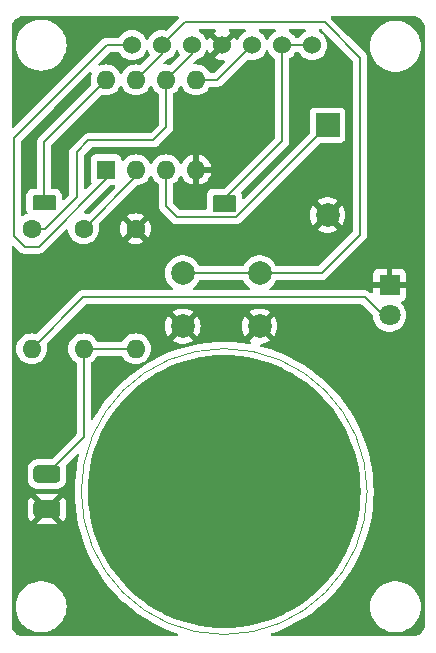
<source format=gbr>
%TF.GenerationSoftware,KiCad,Pcbnew,8.0.2*%
%TF.CreationDate,2024-11-06T18:52:59+01:00*%
%TF.ProjectId,pcb,7063622e-6b69-4636-9164-5f7063625858,rev?*%
%TF.SameCoordinates,Original*%
%TF.FileFunction,Copper,L2,Bot*%
%TF.FilePolarity,Positive*%
%FSLAX46Y46*%
G04 Gerber Fmt 4.6, Leading zero omitted, Abs format (unit mm)*
G04 Created by KiCad (PCBNEW 8.0.2) date 2024-11-06 18:52:59*
%MOMM*%
%LPD*%
G01*
G04 APERTURE LIST*
G04 Aperture macros list*
%AMRoundRect*
0 Rectangle with rounded corners*
0 $1 Rounding radius*
0 $2 $3 $4 $5 $6 $7 $8 $9 X,Y pos of 4 corners*
0 Add a 4 corners polygon primitive as box body*
4,1,4,$2,$3,$4,$5,$6,$7,$8,$9,$2,$3,0*
0 Add four circle primitives for the rounded corners*
1,1,$1+$1,$2,$3*
1,1,$1+$1,$4,$5*
1,1,$1+$1,$6,$7*
1,1,$1+$1,$8,$9*
0 Add four rect primitives between the rounded corners*
20,1,$1+$1,$2,$3,$4,$5,0*
20,1,$1+$1,$4,$5,$6,$7,0*
20,1,$1+$1,$6,$7,$8,$9,0*
20,1,$1+$1,$8,$9,$2,$3,0*%
G04 Aperture macros list end*
%TA.AperFunction,Conductor*%
%ADD10C,0.200000*%
%TD*%
%TA.AperFunction,EtchedComponent*%
%ADD11C,0.100000*%
%TD*%
%TA.AperFunction,ComponentPad*%
%ADD12C,1.600000*%
%TD*%
%TA.AperFunction,ComponentPad*%
%ADD13O,1.600000X1.600000*%
%TD*%
%TA.AperFunction,ComponentPad*%
%ADD14C,2.000000*%
%TD*%
%TA.AperFunction,ComponentPad*%
%ADD15C,1.524000*%
%TD*%
%TA.AperFunction,ComponentPad*%
%ADD16R,2.000000X2.000000*%
%TD*%
%TA.AperFunction,ComponentPad*%
%ADD17R,1.800000X1.800000*%
%TD*%
%TA.AperFunction,ComponentPad*%
%ADD18C,1.800000*%
%TD*%
%TA.AperFunction,ComponentPad*%
%ADD19R,1.600000X1.600000*%
%TD*%
%TA.AperFunction,SMDPad,CuDef*%
%ADD20RoundRect,0.381000X0.762000X0.381000X-0.762000X0.381000X-0.762000X-0.381000X0.762000X-0.381000X0*%
%TD*%
G04 APERTURE END LIST*
%TO.N,+5V*%
D10*
X114612500Y-115225000D02*
X116387500Y-115225000D01*
X116387500Y-116500000D01*
X114612500Y-116500000D01*
X114612500Y-115225000D01*
%TA.AperFunction,Conductor*%
G36*
X114612500Y-115225000D02*
G01*
X116387500Y-115225000D01*
X116387500Y-116500000D01*
X114612500Y-116500000D01*
X114612500Y-115225000D01*
G37*
%TD.AperFunction*%
X99362500Y-115225000D02*
X101137500Y-115225000D01*
X101137500Y-116300000D01*
X99362500Y-116300000D01*
X99362500Y-115225000D01*
%TA.AperFunction,Conductor*%
G36*
X99362500Y-115225000D02*
G01*
X101137500Y-115225000D01*
X101137500Y-116300000D01*
X99362500Y-116300000D01*
X99362500Y-115225000D01*
G37*
%TD.AperFunction*%
D11*
%TD*%
%TO.C,U3*%
X127603718Y-140250000D02*
G75*
G02*
X103396282Y-140250000I-12103718J0D01*
G01*
X103396282Y-140250000D02*
G75*
G02*
X127603718Y-140250000I12103718J0D01*
G01*
D12*
%TO.P,R3,1*%
%TO.N,Net-(U1-PB1)*%
X99200000Y-118000000D03*
D13*
%TO.P,R3,2*%
%TO.N,Net-(D1-A)*%
X99200000Y-128160000D03*
%TD*%
D14*
%TO.P,SW1,1,1*%
%TO.N,Net-(U1-PB2)*%
X112000000Y-121750000D03*
X118500000Y-121750000D03*
%TO.P,SW1,2,2*%
%TO.N,GND*%
X112000000Y-126250000D03*
X118500000Y-126250000D03*
%TD*%
D15*
%TO.P,U2,1,ARD10*%
%TO.N,Net-(U1-~{RESET}{slash}PB5)*%
X107700000Y-102450000D03*
%TO.P,U2,2,ARD13*%
%TO.N,Net-(U1-PB2)*%
X110240000Y-102450000D03*
%TO.P,U2,3,ARD12*%
%TO.N,Net-(U1-PB1)*%
X112780000Y-102450000D03*
%TO.P,U2,4,GND*%
%TO.N,GND*%
X115320000Y-102450000D03*
%TO.P,U2,5,ARD11*%
%TO.N,Net-(U1-AREF{slash}PB0)*%
X117860000Y-102450000D03*
%TO.P,U2,6,5V*%
%TO.N,+5V*%
X120400000Y-102450000D03*
%TO.P,U2,7,5V*%
X122940000Y-102450000D03*
%TD*%
D16*
%TO.P,BZ1,1,+*%
%TO.N,Net-(BZ1-+)*%
X124250000Y-109250000D03*
D14*
%TO.P,BZ1,2,-*%
%TO.N,GND*%
X124250000Y-116850000D03*
%TD*%
D12*
%TO.P,R2,1*%
%TO.N,GND*%
X108000000Y-118000000D03*
D13*
%TO.P,R2,2*%
%TO.N,Net-(U3-+)*%
X108000000Y-128160000D03*
%TD*%
D17*
%TO.P,D1,1,K*%
%TO.N,GND*%
X129500000Y-122775000D03*
D18*
%TO.P,D1,2,A*%
%TO.N,Net-(D1-A)*%
X129500000Y-125315000D03*
%TD*%
D12*
%TO.P,R1,1*%
%TO.N,Net-(U1-XTAL1{slash}PB3)*%
X103600000Y-118000000D03*
D13*
%TO.P,R1,2*%
%TO.N,Net-(U3-+)*%
X103600000Y-128160000D03*
%TD*%
D19*
%TO.P,U1,1,~{RESET}/PB5*%
%TO.N,Net-(U1-~{RESET}{slash}PB5)*%
X105500000Y-113000000D03*
D13*
%TO.P,U1,2,XTAL1/PB3*%
%TO.N,Net-(U1-XTAL1{slash}PB3)*%
X108040000Y-113000000D03*
%TO.P,U1,3,XTAL2/PB4*%
%TO.N,Net-(BZ1-+)*%
X110580000Y-113000000D03*
%TO.P,U1,4,GND*%
%TO.N,GND*%
X113120000Y-113000000D03*
%TO.P,U1,5,AREF/PB0*%
%TO.N,Net-(U1-AREF{slash}PB0)*%
X113120000Y-105380000D03*
%TO.P,U1,6,PB1*%
%TO.N,Net-(U1-PB1)*%
X110580000Y-105380000D03*
%TO.P,U1,7,PB2*%
%TO.N,Net-(U1-PB2)*%
X108040000Y-105380000D03*
%TO.P,U1,8,VCC*%
%TO.N,+5V*%
X105500000Y-105380000D03*
%TD*%
D20*
%TO.P,U3,1,-*%
%TO.N,GND*%
X100500000Y-141750000D03*
%TO.P,U3,2,+*%
%TO.N,Net-(U3-+)*%
X100500000Y-138750000D03*
%TD*%
D10*
%TO.N,Net-(U1-~{RESET}{slash}PB5)*%
X105500000Y-113000000D02*
X105500000Y-113800000D01*
X97722345Y-110277655D02*
X105550000Y-102450000D01*
X105500000Y-113800000D02*
X99784314Y-119515686D01*
X99784314Y-119515686D02*
X98621234Y-119515686D01*
X98621234Y-119515686D02*
X97722345Y-118616797D01*
X97722345Y-118616797D02*
X97722345Y-110277655D01*
X105550000Y-102450000D02*
X107700000Y-102450000D01*
%TO.N,Net-(U1-PB2)*%
X112000000Y-121750000D02*
X118500000Y-121750000D01*
%TO.N,Net-(U1-XTAL1{slash}PB3)*%
X103600000Y-118000000D02*
X108040000Y-113560000D01*
X108040000Y-113560000D02*
X108040000Y-113000000D01*
%TO.N,+5V*%
X115500000Y-115500000D02*
X120400000Y-110600000D01*
X120400000Y-110600000D02*
X120400000Y-102450000D01*
%TO.N,Net-(BZ1-+)*%
X110580000Y-113000000D02*
X110580000Y-116080000D01*
X111500000Y-117000000D02*
X116500000Y-117000000D01*
X110580000Y-116080000D02*
X111500000Y-117000000D01*
X116500000Y-117000000D02*
X124250000Y-109250000D01*
%TO.N,Net-(U1-PB2)*%
X118500000Y-121750000D02*
X123750000Y-121750000D01*
X123750000Y-121750000D02*
X127000000Y-118500000D01*
X127000000Y-118500000D02*
X127000000Y-103500000D01*
X127000000Y-103500000D02*
X124000000Y-100500000D01*
X124000000Y-100500000D02*
X112190000Y-100500000D01*
X112190000Y-100500000D02*
X110240000Y-102450000D01*
%TO.N,Net-(U1-AREF{slash}PB0)*%
X113120000Y-105380000D02*
X114930000Y-105380000D01*
X114930000Y-105380000D02*
X117860000Y-102450000D01*
%TO.N,Net-(U1-PB1)*%
X110580000Y-105380000D02*
X112780000Y-103180000D01*
X112780000Y-103180000D02*
X112780000Y-102450000D01*
%TO.N,Net-(U1-PB2)*%
X108040000Y-105380000D02*
X110240000Y-103180000D01*
X110240000Y-103180000D02*
X110240000Y-102450000D01*
%TO.N,+5V*%
X100262000Y-115500000D02*
X100262000Y-110618000D01*
X100262000Y-110618000D02*
X105500000Y-105380000D01*
%TO.N,Net-(U1-PB1)*%
X99200000Y-118000000D02*
X100331370Y-118000000D01*
X100331370Y-118000000D02*
X103000000Y-115331370D01*
X103000000Y-115331370D02*
X103000000Y-111500000D01*
X103000000Y-111500000D02*
X104000000Y-110500000D01*
X104000000Y-110500000D02*
X109500000Y-110500000D01*
X109500000Y-110500000D02*
X110580000Y-109420000D01*
X110580000Y-109420000D02*
X110580000Y-105380000D01*
%TO.N,Net-(U3-+)*%
X103600000Y-128160000D02*
X103600000Y-135650000D01*
X103600000Y-135650000D02*
X100500000Y-138750000D01*
%TO.N,Net-(D1-A)*%
X99200000Y-128160000D02*
X103560000Y-123800000D01*
X103560000Y-123800000D02*
X127400000Y-123800000D01*
X128915000Y-125315000D02*
X129500000Y-125315000D01*
X127400000Y-123800000D02*
X128915000Y-125315000D01*
%TO.N,Net-(U3-+)*%
X103600000Y-128160000D02*
X108000000Y-128160000D01*
%TO.N,+5V*%
X120400000Y-102450000D02*
X122940000Y-102450000D01*
%TD*%
%TA.AperFunction,Conductor*%
%TO.N,GND*%
G36*
X131505394Y-100000972D02*
G01*
X131535721Y-100003625D01*
X131662755Y-100014739D01*
X131684035Y-100018491D01*
X131801188Y-100049882D01*
X131831369Y-100057969D01*
X131851681Y-100065362D01*
X131989915Y-100129822D01*
X132008633Y-100140629D01*
X132133582Y-100228119D01*
X132150140Y-100242013D01*
X132257986Y-100349859D01*
X132271880Y-100366417D01*
X132359370Y-100491366D01*
X132370177Y-100510084D01*
X132434637Y-100648318D01*
X132442030Y-100668630D01*
X132481507Y-100815961D01*
X132485260Y-100837246D01*
X132499028Y-100994605D01*
X132499500Y-101005413D01*
X132499500Y-151494586D01*
X132499028Y-151505394D01*
X132485260Y-151662753D01*
X132481507Y-151684038D01*
X132442030Y-151831369D01*
X132434637Y-151851681D01*
X132370177Y-151989915D01*
X132359370Y-152008633D01*
X132271880Y-152133582D01*
X132257986Y-152150140D01*
X132150140Y-152257986D01*
X132133582Y-152271880D01*
X132008633Y-152359370D01*
X131989915Y-152370177D01*
X131851681Y-152434637D01*
X131831369Y-152442030D01*
X131684038Y-152481507D01*
X131662753Y-152485260D01*
X131505395Y-152499028D01*
X131494587Y-152499500D01*
X119535026Y-152499500D01*
X119467987Y-152479815D01*
X119422232Y-152427011D01*
X119412288Y-152357853D01*
X119441313Y-152294297D01*
X119497370Y-152257356D01*
X119507409Y-152254156D01*
X119681068Y-152198806D01*
X120344465Y-151945574D01*
X120992620Y-151655543D01*
X121623493Y-151329627D01*
X122235099Y-150968849D01*
X122825515Y-150574347D01*
X123392881Y-150147360D01*
X123567390Y-150000000D01*
X127844475Y-150000000D01*
X127864551Y-150293511D01*
X127864552Y-150293513D01*
X127924404Y-150581543D01*
X127924409Y-150581559D01*
X128022927Y-150858762D01*
X128158278Y-151119977D01*
X128158282Y-151119983D01*
X128327932Y-151360323D01*
X128327935Y-151360326D01*
X128463419Y-151505394D01*
X128528743Y-151575338D01*
X128636191Y-151662753D01*
X128756951Y-151760999D01*
X128756953Y-151761000D01*
X128756954Y-151761001D01*
X129008319Y-151913860D01*
X129008324Y-151913862D01*
X129278154Y-152031065D01*
X129278159Y-152031067D01*
X129561445Y-152110440D01*
X129794451Y-152142466D01*
X129852901Y-152150500D01*
X129852902Y-152150500D01*
X130147099Y-152150500D01*
X130205549Y-152142466D01*
X130438555Y-152110440D01*
X130721841Y-152031067D01*
X130991682Y-151913859D01*
X131243049Y-151760999D01*
X131471260Y-151575335D01*
X131672065Y-151360326D01*
X131841722Y-151119976D01*
X131977072Y-150858764D01*
X132075592Y-150581554D01*
X132075592Y-150581549D01*
X132075595Y-150581543D01*
X132110151Y-150415247D01*
X132135448Y-150293511D01*
X132155525Y-150000000D01*
X132135448Y-149706489D01*
X132096523Y-149519171D01*
X132075595Y-149418456D01*
X132075590Y-149418440D01*
X131998456Y-149201405D01*
X131977072Y-149141236D01*
X131841722Y-148880024D01*
X131841721Y-148880022D01*
X131841717Y-148880016D01*
X131672067Y-148639676D01*
X131471256Y-148424661D01*
X131243045Y-148238998D01*
X130991680Y-148086139D01*
X130991675Y-148086137D01*
X130721845Y-147968934D01*
X130438560Y-147889561D01*
X130438556Y-147889560D01*
X130438555Y-147889560D01*
X130292826Y-147869530D01*
X130147099Y-147849500D01*
X130147098Y-147849500D01*
X129852902Y-147849500D01*
X129852901Y-147849500D01*
X129561445Y-147889560D01*
X129561439Y-147889561D01*
X129278154Y-147968934D01*
X129008324Y-148086137D01*
X129008319Y-148086139D01*
X128756954Y-148238998D01*
X128528743Y-148424661D01*
X128327932Y-148639676D01*
X128158282Y-148880016D01*
X128158278Y-148880022D01*
X128022927Y-149141237D01*
X127924409Y-149418440D01*
X127924404Y-149418456D01*
X127864552Y-149706486D01*
X127864551Y-149706488D01*
X127844475Y-150000000D01*
X123567390Y-150000000D01*
X123935413Y-149689232D01*
X124451405Y-149201405D01*
X124939232Y-148685413D01*
X125397360Y-148142881D01*
X125824347Y-147575515D01*
X126218849Y-146985099D01*
X126579627Y-146373493D01*
X126905543Y-145742620D01*
X127195574Y-145094465D01*
X127448806Y-144431068D01*
X127664443Y-143754516D01*
X127841805Y-143066937D01*
X127980336Y-142370494D01*
X128079600Y-141667380D01*
X128139283Y-140959807D01*
X128159198Y-140250000D01*
X128139283Y-139540193D01*
X128079600Y-138832620D01*
X128079599Y-138832618D01*
X128079599Y-138832609D01*
X128079598Y-138832605D01*
X128003325Y-138292343D01*
X127980336Y-138129506D01*
X127948004Y-137966964D01*
X127841808Y-137433078D01*
X127841807Y-137433072D01*
X127841805Y-137433063D01*
X127664443Y-136745484D01*
X127448806Y-136068932D01*
X127275546Y-135615039D01*
X127195579Y-135405547D01*
X127195574Y-135405535D01*
X126905546Y-134757386D01*
X126905544Y-134757381D01*
X126579635Y-134126523D01*
X126579627Y-134126507D01*
X126218849Y-133514901D01*
X125824347Y-132924485D01*
X125824338Y-132924472D01*
X125397362Y-132357122D01*
X125397348Y-132357104D01*
X124939234Y-131814589D01*
X124891220Y-131763803D01*
X124451405Y-131298595D01*
X123935413Y-130810768D01*
X123935410Y-130810765D01*
X123392895Y-130352651D01*
X123392877Y-130352637D01*
X122825527Y-129925661D01*
X122825514Y-129925652D01*
X122235113Y-129531160D01*
X122235108Y-129531157D01*
X122235099Y-129531151D01*
X121623493Y-129170373D01*
X121623476Y-129170364D01*
X120992618Y-128844455D01*
X120992613Y-128844453D01*
X120344464Y-128554425D01*
X120344452Y-128554420D01*
X119826093Y-128356553D01*
X119681068Y-128301194D01*
X119681059Y-128301191D01*
X119004527Y-128085560D01*
X119004519Y-128085558D01*
X119004516Y-128085557D01*
X118783450Y-128028532D01*
X118631679Y-127989383D01*
X118571681Y-127953577D01*
X118540565Y-127891018D01*
X118548211Y-127821568D01*
X118592191Y-127767277D01*
X118642242Y-127747004D01*
X118869492Y-127709083D01*
X119104603Y-127628369D01*
X119104614Y-127628364D01*
X119323228Y-127510057D01*
X119323231Y-127510055D01*
X119370056Y-127473609D01*
X118670234Y-126773787D01*
X118712292Y-126762518D01*
X118837708Y-126690110D01*
X118940110Y-126587708D01*
X119012518Y-126462292D01*
X119023787Y-126420235D01*
X119723434Y-127119882D01*
X119823731Y-126966369D01*
X119923587Y-126738717D01*
X119984612Y-126497738D01*
X119984614Y-126497729D01*
X120005141Y-126250005D01*
X120005141Y-126249994D01*
X119984614Y-126002270D01*
X119984612Y-126002261D01*
X119923587Y-125761282D01*
X119823731Y-125533630D01*
X119723434Y-125380116D01*
X119023787Y-126079764D01*
X119012518Y-126037708D01*
X118940110Y-125912292D01*
X118837708Y-125809890D01*
X118712292Y-125737482D01*
X118670235Y-125726212D01*
X119370057Y-125026390D01*
X119370056Y-125026389D01*
X119323229Y-124989943D01*
X119104614Y-124871635D01*
X119104603Y-124871630D01*
X118869493Y-124790916D01*
X118624293Y-124750000D01*
X118375707Y-124750000D01*
X118130506Y-124790916D01*
X117895396Y-124871630D01*
X117895390Y-124871632D01*
X117676761Y-124989949D01*
X117629942Y-125026388D01*
X117629942Y-125026390D01*
X118329765Y-125726212D01*
X118287708Y-125737482D01*
X118162292Y-125809890D01*
X118059890Y-125912292D01*
X117987482Y-126037708D01*
X117976212Y-126079764D01*
X117276564Y-125380116D01*
X117176267Y-125533632D01*
X117076412Y-125761282D01*
X117015387Y-126002261D01*
X117015385Y-126002270D01*
X116994859Y-126249994D01*
X116994859Y-126250005D01*
X117015385Y-126497729D01*
X117015387Y-126497738D01*
X117076412Y-126738717D01*
X117176266Y-126966364D01*
X117276564Y-127119882D01*
X117976212Y-126420234D01*
X117987482Y-126462292D01*
X118059890Y-126587708D01*
X118162292Y-126690110D01*
X118287708Y-126762518D01*
X118329765Y-126773787D01*
X117629942Y-127473609D01*
X117676767Y-127510054D01*
X117745659Y-127547337D01*
X117795249Y-127596557D01*
X117810357Y-127664774D01*
X117786186Y-127730329D01*
X117730411Y-127772410D01*
X117662450Y-127778009D01*
X117620534Y-127769671D01*
X117620471Y-127769660D01*
X116917394Y-127670401D01*
X116917390Y-127670400D01*
X116209808Y-127610717D01*
X115500007Y-127590802D01*
X115499993Y-127590802D01*
X115117796Y-127601525D01*
X114790193Y-127610717D01*
X114790184Y-127610717D01*
X114082609Y-127670400D01*
X114082605Y-127670401D01*
X113379528Y-127769660D01*
X113379465Y-127769671D01*
X112683078Y-127908191D01*
X112683072Y-127908192D01*
X111995480Y-128085558D01*
X111995472Y-128085560D01*
X111318940Y-128301191D01*
X111318937Y-128301192D01*
X110655547Y-128554420D01*
X110655535Y-128554425D01*
X110007386Y-128844453D01*
X110007381Y-128844455D01*
X109376523Y-129170364D01*
X109376512Y-129170370D01*
X109376507Y-129170373D01*
X109080993Y-129344693D01*
X108764886Y-129531160D01*
X108174485Y-129925652D01*
X108174472Y-129925661D01*
X107607122Y-130352637D01*
X107607104Y-130352651D01*
X107064589Y-130810765D01*
X106548595Y-131298595D01*
X106060765Y-131814589D01*
X105602651Y-132357104D01*
X105602637Y-132357122D01*
X105175661Y-132924472D01*
X105175652Y-132924485D01*
X104781160Y-133514886D01*
X104781152Y-133514899D01*
X104781151Y-133514901D01*
X104431301Y-134107980D01*
X104380287Y-134155720D01*
X104311559Y-134168301D01*
X104246940Y-134141728D01*
X104206946Y-134084437D01*
X104200500Y-134044978D01*
X104200500Y-129391692D01*
X104220185Y-129324653D01*
X104253374Y-129290119D01*
X104439139Y-129160047D01*
X104600047Y-128999139D01*
X104730118Y-128813375D01*
X104784693Y-128769752D01*
X104831692Y-128760500D01*
X106768308Y-128760500D01*
X106835347Y-128780185D01*
X106869880Y-128813374D01*
X106910775Y-128871778D01*
X106999954Y-128999141D01*
X107160858Y-129160045D01*
X107194033Y-129183274D01*
X107347266Y-129290568D01*
X107553504Y-129386739D01*
X107553509Y-129386740D01*
X107553511Y-129386741D01*
X107606415Y-129400916D01*
X107773308Y-129445635D01*
X107935230Y-129459801D01*
X107999998Y-129465468D01*
X108000000Y-129465468D01*
X108000002Y-129465468D01*
X108056673Y-129460509D01*
X108226692Y-129445635D01*
X108446496Y-129386739D01*
X108652734Y-129290568D01*
X108839139Y-129160047D01*
X109000047Y-128999139D01*
X109130568Y-128812734D01*
X109226739Y-128606496D01*
X109285635Y-128386692D01*
X109305468Y-128160000D01*
X109285635Y-127933308D01*
X109226739Y-127713504D01*
X109130568Y-127507266D01*
X109000047Y-127320861D01*
X109000045Y-127320858D01*
X108839141Y-127159954D01*
X108652734Y-127029432D01*
X108652732Y-127029431D01*
X108446497Y-126933261D01*
X108446488Y-126933258D01*
X108226697Y-126874366D01*
X108226693Y-126874365D01*
X108226692Y-126874365D01*
X108226691Y-126874364D01*
X108226686Y-126874364D01*
X108000002Y-126854532D01*
X107999998Y-126854532D01*
X107773313Y-126874364D01*
X107773302Y-126874366D01*
X107553511Y-126933258D01*
X107553502Y-126933261D01*
X107347267Y-127029431D01*
X107347265Y-127029432D01*
X107160858Y-127159954D01*
X106999954Y-127320858D01*
X106923450Y-127430118D01*
X106869881Y-127506624D01*
X106815307Y-127550248D01*
X106768308Y-127559500D01*
X104831692Y-127559500D01*
X104764653Y-127539815D01*
X104730119Y-127506625D01*
X104600047Y-127320861D01*
X104600045Y-127320858D01*
X104439141Y-127159954D01*
X104252734Y-127029432D01*
X104252732Y-127029431D01*
X104046497Y-126933261D01*
X104046488Y-126933258D01*
X103826697Y-126874366D01*
X103826693Y-126874365D01*
X103826692Y-126874365D01*
X103826691Y-126874364D01*
X103826686Y-126874364D01*
X103600002Y-126854532D01*
X103599998Y-126854532D01*
X103373313Y-126874364D01*
X103373302Y-126874366D01*
X103153511Y-126933258D01*
X103153502Y-126933261D01*
X102947267Y-127029431D01*
X102947265Y-127029432D01*
X102760858Y-127159954D01*
X102599954Y-127320858D01*
X102469432Y-127507265D01*
X102469431Y-127507267D01*
X102373261Y-127713502D01*
X102373258Y-127713511D01*
X102314366Y-127933302D01*
X102314364Y-127933313D01*
X102294532Y-128159998D01*
X102294532Y-128160001D01*
X102314364Y-128386686D01*
X102314366Y-128386697D01*
X102373258Y-128606488D01*
X102373261Y-128606497D01*
X102469431Y-128812732D01*
X102469432Y-128812734D01*
X102599954Y-128999141D01*
X102760858Y-129160045D01*
X102760861Y-129160047D01*
X102946624Y-129290118D01*
X102990248Y-129344693D01*
X102999500Y-129391692D01*
X102999500Y-135349902D01*
X102979815Y-135416941D01*
X102963181Y-135437583D01*
X100949582Y-137451181D01*
X100888259Y-137484666D01*
X100861901Y-137487500D01*
X99661343Y-137487500D01*
X99661340Y-137487501D01*
X99618298Y-137490418D01*
X99618297Y-137490418D01*
X99432221Y-137536694D01*
X99260456Y-137621881D01*
X99260453Y-137621883D01*
X99111010Y-137742009D01*
X99111009Y-137742010D01*
X98990883Y-137891453D01*
X98990881Y-137891456D01*
X98905694Y-138063221D01*
X98859419Y-138249291D01*
X98856500Y-138292345D01*
X98856500Y-139207656D01*
X98856501Y-139207659D01*
X98859418Y-139250701D01*
X98859418Y-139250702D01*
X98905694Y-139436778D01*
X98990881Y-139608543D01*
X98990883Y-139608546D01*
X99111009Y-139757989D01*
X99111010Y-139757990D01*
X99260453Y-139878116D01*
X99260456Y-139878118D01*
X99426959Y-139960695D01*
X99432225Y-139963307D01*
X99582013Y-140000558D01*
X99618291Y-140009580D01*
X99618292Y-140009580D01*
X99618296Y-140009581D01*
X99661343Y-140012500D01*
X101338656Y-140012499D01*
X101381704Y-140009581D01*
X101567775Y-139963307D01*
X101739547Y-139878116D01*
X101888990Y-139757990D01*
X102009116Y-139608547D01*
X102094307Y-139436775D01*
X102140581Y-139250704D01*
X102143500Y-139207657D01*
X102143499Y-138292344D01*
X102140581Y-138249296D01*
X102099615Y-138084569D01*
X102102539Y-138014763D01*
X102132267Y-137966966D01*
X103008019Y-137091214D01*
X103069340Y-137057731D01*
X103139032Y-137062715D01*
X103194965Y-137104587D01*
X103219382Y-137170051D01*
X103215768Y-137209869D01*
X103158193Y-137433072D01*
X103158191Y-137433078D01*
X103019671Y-138129465D01*
X103019660Y-138129528D01*
X102920401Y-138832605D01*
X102920400Y-138832609D01*
X102860717Y-139540184D01*
X102860717Y-139540199D01*
X102840802Y-140249992D01*
X102840802Y-140250007D01*
X102860717Y-140959800D01*
X102860717Y-140959815D01*
X102920400Y-141667390D01*
X102920401Y-141667394D01*
X103019660Y-142370471D01*
X103019671Y-142370534D01*
X103158191Y-143066921D01*
X103158192Y-143066927D01*
X103335558Y-143754519D01*
X103335560Y-143754527D01*
X103551191Y-144431059D01*
X103551192Y-144431062D01*
X103804420Y-145094452D01*
X103804425Y-145094464D01*
X104094453Y-145742613D01*
X104094455Y-145742618D01*
X104420364Y-146373476D01*
X104420373Y-146373493D01*
X104781151Y-146985099D01*
X104781157Y-146985108D01*
X104781160Y-146985113D01*
X105175652Y-147575514D01*
X105175661Y-147575527D01*
X105602637Y-148142877D01*
X105602651Y-148142895D01*
X106060765Y-148685410D01*
X106060768Y-148685413D01*
X106548595Y-149201405D01*
X106954076Y-149584753D01*
X107064589Y-149689234D01*
X107607104Y-150147348D01*
X107607122Y-150147362D01*
X108174472Y-150574338D01*
X108174485Y-150574347D01*
X108764901Y-150968849D01*
X109376507Y-151329627D01*
X109435925Y-151360323D01*
X110007381Y-151655544D01*
X110007386Y-151655546D01*
X110655535Y-151945574D01*
X110655547Y-151945579D01*
X110771696Y-151989915D01*
X111318932Y-152198806D01*
X111487257Y-152252456D01*
X111502630Y-152257356D01*
X111560526Y-152296469D01*
X111588085Y-152360674D01*
X111576557Y-152429586D01*
X111529602Y-152481326D01*
X111464974Y-152499500D01*
X98505413Y-152499500D01*
X98494605Y-152499028D01*
X98337246Y-152485260D01*
X98315961Y-152481507D01*
X98168630Y-152442030D01*
X98148318Y-152434637D01*
X98010084Y-152370177D01*
X97991366Y-152359370D01*
X97866417Y-152271880D01*
X97849859Y-152257986D01*
X97742013Y-152150140D01*
X97728119Y-152133582D01*
X97640629Y-152008633D01*
X97629822Y-151989915D01*
X97565362Y-151851681D01*
X97557969Y-151831369D01*
X97539114Y-151760999D01*
X97518491Y-151684035D01*
X97514739Y-151662752D01*
X97514108Y-151655544D01*
X97500972Y-151505393D01*
X97500500Y-151494586D01*
X97500500Y-150000000D01*
X97844475Y-150000000D01*
X97864551Y-150293511D01*
X97864552Y-150293513D01*
X97924404Y-150581543D01*
X97924409Y-150581559D01*
X98022927Y-150858762D01*
X98158278Y-151119977D01*
X98158282Y-151119983D01*
X98327932Y-151360323D01*
X98327935Y-151360326D01*
X98463419Y-151505394D01*
X98528743Y-151575338D01*
X98636191Y-151662753D01*
X98756951Y-151760999D01*
X98756953Y-151761000D01*
X98756954Y-151761001D01*
X99008319Y-151913860D01*
X99008324Y-151913862D01*
X99278154Y-152031065D01*
X99278159Y-152031067D01*
X99561445Y-152110440D01*
X99794451Y-152142466D01*
X99852901Y-152150500D01*
X99852902Y-152150500D01*
X100147099Y-152150500D01*
X100205549Y-152142466D01*
X100438555Y-152110440D01*
X100721841Y-152031067D01*
X100991682Y-151913859D01*
X101243049Y-151760999D01*
X101471260Y-151575335D01*
X101672065Y-151360326D01*
X101841722Y-151119976D01*
X101977072Y-150858764D01*
X102075592Y-150581554D01*
X102075592Y-150581549D01*
X102075595Y-150581543D01*
X102110151Y-150415247D01*
X102135448Y-150293511D01*
X102155525Y-150000000D01*
X102135448Y-149706489D01*
X102096523Y-149519171D01*
X102075595Y-149418456D01*
X102075590Y-149418440D01*
X101998456Y-149201405D01*
X101977072Y-149141236D01*
X101841722Y-148880024D01*
X101841721Y-148880022D01*
X101841717Y-148880016D01*
X101672067Y-148639676D01*
X101471256Y-148424661D01*
X101243045Y-148238998D01*
X100991680Y-148086139D01*
X100991675Y-148086137D01*
X100721845Y-147968934D01*
X100438560Y-147889561D01*
X100438556Y-147889560D01*
X100438555Y-147889560D01*
X100292826Y-147869530D01*
X100147099Y-147849500D01*
X100147098Y-147849500D01*
X99852902Y-147849500D01*
X99852901Y-147849500D01*
X99561445Y-147889560D01*
X99561439Y-147889561D01*
X99278154Y-147968934D01*
X99008324Y-148086137D01*
X99008319Y-148086139D01*
X98756954Y-148238998D01*
X98528743Y-148424661D01*
X98327932Y-148639676D01*
X98158282Y-148880016D01*
X98158278Y-148880022D01*
X98022927Y-149141237D01*
X97924409Y-149418440D01*
X97924404Y-149418456D01*
X97864552Y-149706486D01*
X97864551Y-149706488D01*
X97844475Y-150000000D01*
X97500500Y-150000000D01*
X97500500Y-143004322D01*
X99599228Y-143004322D01*
X99599228Y-143004323D01*
X99618360Y-143009081D01*
X99661395Y-143011999D01*
X101338605Y-143011999D01*
X101338609Y-143011998D01*
X101381627Y-143009083D01*
X101381637Y-143009081D01*
X101400769Y-143004322D01*
X100500000Y-142103553D01*
X99599228Y-143004322D01*
X97500500Y-143004322D01*
X97500500Y-141292395D01*
X98857000Y-141292395D01*
X98857000Y-142207605D01*
X98857001Y-142207609D01*
X98859917Y-142250632D01*
X98859917Y-142250634D01*
X98906165Y-142436602D01*
X98991307Y-142608275D01*
X99111363Y-142757632D01*
X99126580Y-142769864D01*
X100146447Y-141750000D01*
X100146447Y-141749999D01*
X100853553Y-141749999D01*
X100853553Y-141750000D01*
X101873417Y-142769864D01*
X101888635Y-142757631D01*
X102008692Y-142608275D01*
X102093834Y-142436602D01*
X102140081Y-142250640D01*
X102142999Y-142207604D01*
X102142999Y-141292394D01*
X102142998Y-141292390D01*
X102140082Y-141249367D01*
X102140082Y-141249365D01*
X102093834Y-141063397D01*
X102008692Y-140891724D01*
X101888637Y-140742369D01*
X101888629Y-140742362D01*
X101873418Y-140730133D01*
X100853553Y-141749999D01*
X100146447Y-141749999D01*
X99126581Y-140730133D01*
X99111368Y-140742363D01*
X99111362Y-140742369D01*
X98991307Y-140891724D01*
X98906165Y-141063397D01*
X98859918Y-141249359D01*
X98857000Y-141292395D01*
X97500500Y-141292395D01*
X97500500Y-140495676D01*
X99599229Y-140495676D01*
X100500000Y-141396447D01*
X100500001Y-141396447D01*
X101400770Y-140495676D01*
X101400769Y-140495675D01*
X101381643Y-140490919D01*
X101381638Y-140490918D01*
X101338604Y-140488000D01*
X99661394Y-140488000D01*
X99661390Y-140488001D01*
X99618369Y-140490917D01*
X99599229Y-140495676D01*
X97500500Y-140495676D01*
X97500500Y-119543549D01*
X97520185Y-119476510D01*
X97572989Y-119430755D01*
X97642147Y-119420811D01*
X97705703Y-119449836D01*
X97712181Y-119455868D01*
X98136373Y-119880060D01*
X98136383Y-119880071D01*
X98140713Y-119884401D01*
X98140714Y-119884402D01*
X98252518Y-119996206D01*
X98339329Y-120046325D01*
X98339331Y-120046327D01*
X98377385Y-120068297D01*
X98389449Y-120075263D01*
X98542177Y-120116187D01*
X98542180Y-120116187D01*
X98707887Y-120116187D01*
X98707903Y-120116186D01*
X99697645Y-120116186D01*
X99697661Y-120116187D01*
X99705257Y-120116187D01*
X99863368Y-120116187D01*
X99863371Y-120116187D01*
X100016099Y-120075263D01*
X100066218Y-120046325D01*
X100153030Y-119996206D01*
X100264834Y-119884402D01*
X100264834Y-119884400D01*
X100275042Y-119874193D01*
X100275044Y-119874190D01*
X102094812Y-118054421D01*
X102156133Y-118020938D01*
X102225825Y-118025922D01*
X102281758Y-118067794D01*
X102306019Y-118131297D01*
X102314364Y-118226686D01*
X102314366Y-118226697D01*
X102373258Y-118446488D01*
X102373261Y-118446497D01*
X102469431Y-118652732D01*
X102469432Y-118652734D01*
X102599954Y-118839141D01*
X102760858Y-119000045D01*
X102760861Y-119000047D01*
X102947266Y-119130568D01*
X103153504Y-119226739D01*
X103373308Y-119285635D01*
X103535230Y-119299801D01*
X103599998Y-119305468D01*
X103600000Y-119305468D01*
X103600002Y-119305468D01*
X103656673Y-119300509D01*
X103826692Y-119285635D01*
X104046496Y-119226739D01*
X104252734Y-119130568D01*
X104439139Y-119000047D01*
X104600047Y-118839139D01*
X104730568Y-118652734D01*
X104826739Y-118446496D01*
X104885635Y-118226692D01*
X104905468Y-118000000D01*
X104905468Y-117999997D01*
X106695034Y-117999997D01*
X106695034Y-118000002D01*
X106714858Y-118226599D01*
X106714860Y-118226610D01*
X106773730Y-118446317D01*
X106773735Y-118446331D01*
X106869863Y-118652478D01*
X106920974Y-118725472D01*
X107600000Y-118046446D01*
X107600000Y-118052661D01*
X107627259Y-118154394D01*
X107679920Y-118245606D01*
X107754394Y-118320080D01*
X107845606Y-118372741D01*
X107947339Y-118400000D01*
X107953553Y-118400000D01*
X107274526Y-119079025D01*
X107347513Y-119130132D01*
X107347521Y-119130136D01*
X107553668Y-119226264D01*
X107553682Y-119226269D01*
X107773389Y-119285139D01*
X107773400Y-119285141D01*
X107999998Y-119304966D01*
X108000002Y-119304966D01*
X108226599Y-119285141D01*
X108226610Y-119285139D01*
X108446317Y-119226269D01*
X108446331Y-119226264D01*
X108652478Y-119130136D01*
X108725471Y-119079024D01*
X108046447Y-118400000D01*
X108052661Y-118400000D01*
X108154394Y-118372741D01*
X108245606Y-118320080D01*
X108320080Y-118245606D01*
X108372741Y-118154394D01*
X108400000Y-118052661D01*
X108400000Y-118046447D01*
X109079024Y-118725471D01*
X109130136Y-118652478D01*
X109226264Y-118446331D01*
X109226269Y-118446317D01*
X109285139Y-118226610D01*
X109285141Y-118226599D01*
X109304966Y-118000002D01*
X109304966Y-117999997D01*
X109285141Y-117773400D01*
X109285139Y-117773389D01*
X109226269Y-117553682D01*
X109226264Y-117553668D01*
X109130136Y-117347521D01*
X109130132Y-117347513D01*
X109079025Y-117274526D01*
X108400000Y-117953551D01*
X108400000Y-117947339D01*
X108372741Y-117845606D01*
X108320080Y-117754394D01*
X108245606Y-117679920D01*
X108154394Y-117627259D01*
X108052661Y-117600000D01*
X108046448Y-117600000D01*
X108725472Y-116920974D01*
X108652478Y-116869863D01*
X108446331Y-116773735D01*
X108446317Y-116773730D01*
X108226610Y-116714860D01*
X108226599Y-116714858D01*
X108000002Y-116695034D01*
X107999998Y-116695034D01*
X107773400Y-116714858D01*
X107773389Y-116714860D01*
X107553682Y-116773730D01*
X107553673Y-116773734D01*
X107347516Y-116869866D01*
X107347512Y-116869868D01*
X107274526Y-116920973D01*
X107274526Y-116920974D01*
X107953553Y-117600000D01*
X107947339Y-117600000D01*
X107845606Y-117627259D01*
X107754394Y-117679920D01*
X107679920Y-117754394D01*
X107627259Y-117845606D01*
X107600000Y-117947339D01*
X107600000Y-117953552D01*
X106920974Y-117274526D01*
X106920973Y-117274526D01*
X106869868Y-117347512D01*
X106869866Y-117347516D01*
X106773734Y-117553673D01*
X106773730Y-117553682D01*
X106714860Y-117773389D01*
X106714858Y-117773400D01*
X106695034Y-117999997D01*
X104905468Y-117999997D01*
X104885635Y-117773308D01*
X104859847Y-117677066D01*
X104861510Y-117607217D01*
X104891939Y-117557294D01*
X108121803Y-114327430D01*
X108183124Y-114293947D01*
X108198668Y-114291586D01*
X108266692Y-114285635D01*
X108486496Y-114226739D01*
X108692734Y-114130568D01*
X108879139Y-114000047D01*
X109040047Y-113839139D01*
X109170568Y-113652734D01*
X109197618Y-113594724D01*
X109243790Y-113542285D01*
X109310983Y-113523133D01*
X109377865Y-113543348D01*
X109422382Y-113594725D01*
X109449429Y-113652728D01*
X109449432Y-113652734D01*
X109579954Y-113839141D01*
X109740858Y-114000045D01*
X109740861Y-114000047D01*
X109926624Y-114130118D01*
X109970248Y-114184693D01*
X109979500Y-114231692D01*
X109979500Y-115993330D01*
X109979499Y-115993348D01*
X109979499Y-116159054D01*
X109979498Y-116159054D01*
X110020423Y-116311785D01*
X110049358Y-116361900D01*
X110049359Y-116361904D01*
X110049360Y-116361904D01*
X110099479Y-116448714D01*
X110099481Y-116448717D01*
X110218349Y-116567585D01*
X110218355Y-116567590D01*
X111015139Y-117364374D01*
X111015149Y-117364385D01*
X111019479Y-117368715D01*
X111019480Y-117368716D01*
X111131284Y-117480520D01*
X111131286Y-117480521D01*
X111131290Y-117480524D01*
X111257981Y-117553668D01*
X111268216Y-117559577D01*
X111380019Y-117589534D01*
X111420942Y-117600500D01*
X111420943Y-117600500D01*
X116413331Y-117600500D01*
X116413347Y-117600501D01*
X116420943Y-117600501D01*
X116579054Y-117600501D01*
X116579057Y-117600501D01*
X116731785Y-117559577D01*
X116781904Y-117530639D01*
X116868716Y-117480520D01*
X116980520Y-117368716D01*
X116980520Y-117368714D01*
X116990728Y-117358507D01*
X116990730Y-117358504D01*
X117499240Y-116849994D01*
X122744859Y-116849994D01*
X122744859Y-116850005D01*
X122765385Y-117097729D01*
X122765387Y-117097738D01*
X122826412Y-117338717D01*
X122926266Y-117566364D01*
X123026564Y-117719882D01*
X123767037Y-116979409D01*
X123784075Y-117042993D01*
X123849901Y-117157007D01*
X123942993Y-117250099D01*
X124057007Y-117315925D01*
X124120590Y-117332962D01*
X123379942Y-118073609D01*
X123426768Y-118110055D01*
X123426770Y-118110056D01*
X123645385Y-118228364D01*
X123645396Y-118228369D01*
X123880506Y-118309083D01*
X124125707Y-118350000D01*
X124374293Y-118350000D01*
X124619493Y-118309083D01*
X124854603Y-118228369D01*
X124854614Y-118228364D01*
X125073228Y-118110057D01*
X125073231Y-118110055D01*
X125120056Y-118073609D01*
X124379409Y-117332962D01*
X124442993Y-117315925D01*
X124557007Y-117250099D01*
X124650099Y-117157007D01*
X124715925Y-117042993D01*
X124732962Y-116979409D01*
X125473434Y-117719882D01*
X125573731Y-117566369D01*
X125673587Y-117338717D01*
X125734612Y-117097738D01*
X125734614Y-117097729D01*
X125755141Y-116850005D01*
X125755141Y-116849994D01*
X125734614Y-116602270D01*
X125734612Y-116602261D01*
X125673587Y-116361282D01*
X125573731Y-116133630D01*
X125473434Y-115980116D01*
X124732962Y-116720589D01*
X124715925Y-116657007D01*
X124650099Y-116542993D01*
X124557007Y-116449901D01*
X124442993Y-116384075D01*
X124379410Y-116367037D01*
X125120057Y-115626390D01*
X125120056Y-115626389D01*
X125073229Y-115589943D01*
X124854614Y-115471635D01*
X124854603Y-115471630D01*
X124619493Y-115390916D01*
X124374293Y-115350000D01*
X124125707Y-115350000D01*
X123880506Y-115390916D01*
X123645396Y-115471630D01*
X123645390Y-115471632D01*
X123426761Y-115589949D01*
X123379942Y-115626388D01*
X123379942Y-115626390D01*
X124120590Y-116367037D01*
X124057007Y-116384075D01*
X123942993Y-116449901D01*
X123849901Y-116542993D01*
X123784075Y-116657007D01*
X123767037Y-116720589D01*
X123026564Y-115980116D01*
X122926267Y-116133632D01*
X122826412Y-116361282D01*
X122765387Y-116602261D01*
X122765385Y-116602270D01*
X122744859Y-116849994D01*
X117499240Y-116849994D01*
X123562416Y-110786818D01*
X123623739Y-110753333D01*
X123650097Y-110750499D01*
X125297871Y-110750499D01*
X125297872Y-110750499D01*
X125357483Y-110744091D01*
X125492331Y-110693796D01*
X125607546Y-110607546D01*
X125693796Y-110492331D01*
X125744091Y-110357483D01*
X125750500Y-110297873D01*
X125750499Y-108202128D01*
X125744091Y-108142517D01*
X125693796Y-108007669D01*
X125693795Y-108007668D01*
X125693793Y-108007664D01*
X125607547Y-107892455D01*
X125607544Y-107892452D01*
X125492335Y-107806206D01*
X125492328Y-107806202D01*
X125357482Y-107755908D01*
X125357483Y-107755908D01*
X125297883Y-107749501D01*
X125297881Y-107749500D01*
X125297873Y-107749500D01*
X125297864Y-107749500D01*
X123202129Y-107749500D01*
X123202123Y-107749501D01*
X123142516Y-107755908D01*
X123007671Y-107806202D01*
X123007664Y-107806206D01*
X122892455Y-107892452D01*
X122892452Y-107892455D01*
X122806206Y-108007664D01*
X122806202Y-108007671D01*
X122755908Y-108142517D01*
X122749501Y-108202116D01*
X122749501Y-108202123D01*
X122749500Y-108202135D01*
X122749500Y-109849902D01*
X122729815Y-109916941D01*
X122713181Y-109937583D01*
X117199681Y-115451083D01*
X117138358Y-115484568D01*
X117068666Y-115479584D01*
X117012733Y-115437712D01*
X116988316Y-115372248D01*
X116988000Y-115363402D01*
X116988000Y-115145945D01*
X116988000Y-115145943D01*
X116947077Y-114993216D01*
X116947074Y-114993212D01*
X116946362Y-114990552D01*
X116948025Y-114920702D01*
X116978454Y-114870779D01*
X120758506Y-111090728D01*
X120758511Y-111090724D01*
X120768714Y-111080520D01*
X120768716Y-111080520D01*
X120880520Y-110968716D01*
X120959577Y-110831784D01*
X121000500Y-110679057D01*
X121000500Y-103635304D01*
X121020185Y-103568265D01*
X121053375Y-103533730D01*
X121214620Y-103420826D01*
X121370826Y-103264620D01*
X121447489Y-103155134D01*
X121483730Y-103103377D01*
X121538307Y-103059752D01*
X121585305Y-103050500D01*
X121754695Y-103050500D01*
X121821734Y-103070185D01*
X121856270Y-103103377D01*
X121892511Y-103155134D01*
X121969170Y-103264615D01*
X121969175Y-103264621D01*
X122125378Y-103420824D01*
X122125384Y-103420829D01*
X122306333Y-103547531D01*
X122306335Y-103547532D01*
X122306338Y-103547534D01*
X122506550Y-103640894D01*
X122719932Y-103698070D01*
X122866743Y-103710914D01*
X122939998Y-103717323D01*
X122940000Y-103717323D01*
X122940002Y-103717323D01*
X122996089Y-103712416D01*
X123160068Y-103698070D01*
X123373450Y-103640894D01*
X123573662Y-103547534D01*
X123754620Y-103420826D01*
X123910826Y-103264620D01*
X124037534Y-103083662D01*
X124130894Y-102883450D01*
X124188070Y-102670068D01*
X124207323Y-102450000D01*
X124188070Y-102229932D01*
X124130894Y-102016550D01*
X124037534Y-101816339D01*
X123910826Y-101635380D01*
X123754620Y-101479174D01*
X123754616Y-101479171D01*
X123754615Y-101479170D01*
X123573666Y-101352468D01*
X123573658Y-101352464D01*
X123540242Y-101336882D01*
X123487802Y-101290710D01*
X123468650Y-101223517D01*
X123488865Y-101156635D01*
X123542031Y-101111301D01*
X123592646Y-101100500D01*
X123699903Y-101100500D01*
X123766942Y-101120185D01*
X123787584Y-101136819D01*
X126363181Y-103712416D01*
X126396666Y-103773739D01*
X126399500Y-103800097D01*
X126399500Y-118199903D01*
X126379815Y-118266942D01*
X126363181Y-118287584D01*
X123537584Y-121113181D01*
X123476261Y-121146666D01*
X123449903Y-121149500D01*
X119956116Y-121149500D01*
X119889077Y-121129815D01*
X119843322Y-121077011D01*
X119842560Y-121075311D01*
X119824172Y-121033391D01*
X119688166Y-120825217D01*
X119666557Y-120801744D01*
X119519744Y-120642262D01*
X119323509Y-120489526D01*
X119323507Y-120489525D01*
X119323506Y-120489524D01*
X119104811Y-120371172D01*
X119104802Y-120371169D01*
X118869616Y-120290429D01*
X118624335Y-120249500D01*
X118375665Y-120249500D01*
X118130383Y-120290429D01*
X117895197Y-120371169D01*
X117895188Y-120371172D01*
X117676493Y-120489524D01*
X117480257Y-120642261D01*
X117311833Y-120825217D01*
X117175827Y-121033391D01*
X117157440Y-121075311D01*
X117112483Y-121128796D01*
X117045747Y-121149486D01*
X117043884Y-121149500D01*
X113456116Y-121149500D01*
X113389077Y-121129815D01*
X113343322Y-121077011D01*
X113342560Y-121075311D01*
X113324172Y-121033391D01*
X113188166Y-120825217D01*
X113166557Y-120801744D01*
X113019744Y-120642262D01*
X112823509Y-120489526D01*
X112823507Y-120489525D01*
X112823506Y-120489524D01*
X112604811Y-120371172D01*
X112604802Y-120371169D01*
X112369616Y-120290429D01*
X112124335Y-120249500D01*
X111875665Y-120249500D01*
X111630383Y-120290429D01*
X111395197Y-120371169D01*
X111395188Y-120371172D01*
X111176493Y-120489524D01*
X110980257Y-120642261D01*
X110811833Y-120825217D01*
X110675826Y-121033393D01*
X110575936Y-121261118D01*
X110514892Y-121502175D01*
X110514890Y-121502187D01*
X110494357Y-121749994D01*
X110494357Y-121750005D01*
X110514890Y-121997812D01*
X110514892Y-121997824D01*
X110575936Y-122238881D01*
X110675826Y-122466606D01*
X110811833Y-122674782D01*
X110811836Y-122674785D01*
X110980256Y-122857738D01*
X111134316Y-122977648D01*
X111175128Y-123034357D01*
X111178803Y-123104130D01*
X111144172Y-123164813D01*
X111082230Y-123197140D01*
X111058153Y-123199500D01*
X103639057Y-123199500D01*
X103480943Y-123199500D01*
X103328215Y-123240423D01*
X103328214Y-123240423D01*
X103328212Y-123240424D01*
X103328209Y-123240425D01*
X103278096Y-123269359D01*
X103278095Y-123269360D01*
X103234689Y-123294420D01*
X103191285Y-123319479D01*
X103191282Y-123319481D01*
X103079478Y-123431286D01*
X99642705Y-126868058D01*
X99581382Y-126901543D01*
X99522931Y-126900152D01*
X99426697Y-126874366D01*
X99426693Y-126874365D01*
X99426692Y-126874365D01*
X99426691Y-126874364D01*
X99426686Y-126874364D01*
X99200002Y-126854532D01*
X99199998Y-126854532D01*
X98973313Y-126874364D01*
X98973302Y-126874366D01*
X98753511Y-126933258D01*
X98753502Y-126933261D01*
X98547267Y-127029431D01*
X98547265Y-127029432D01*
X98360858Y-127159954D01*
X98199954Y-127320858D01*
X98069432Y-127507265D01*
X98069431Y-127507267D01*
X97973261Y-127713502D01*
X97973258Y-127713511D01*
X97914366Y-127933302D01*
X97914364Y-127933313D01*
X97894532Y-128159998D01*
X97894532Y-128160001D01*
X97914364Y-128386686D01*
X97914366Y-128386697D01*
X97973258Y-128606488D01*
X97973261Y-128606497D01*
X98069431Y-128812732D01*
X98069432Y-128812734D01*
X98199954Y-128999141D01*
X98360858Y-129160045D01*
X98394033Y-129183274D01*
X98547266Y-129290568D01*
X98753504Y-129386739D01*
X98753509Y-129386740D01*
X98753511Y-129386741D01*
X98806415Y-129400916D01*
X98973308Y-129445635D01*
X99135230Y-129459801D01*
X99199998Y-129465468D01*
X99200000Y-129465468D01*
X99200002Y-129465468D01*
X99256673Y-129460509D01*
X99426692Y-129445635D01*
X99646496Y-129386739D01*
X99852734Y-129290568D01*
X100039139Y-129160047D01*
X100200047Y-128999139D01*
X100330568Y-128812734D01*
X100426739Y-128606496D01*
X100485635Y-128386692D01*
X100505468Y-128160000D01*
X100485635Y-127933308D01*
X100459847Y-127837066D01*
X100461510Y-127767217D01*
X100491939Y-127717294D01*
X101959240Y-126249994D01*
X110494859Y-126249994D01*
X110494859Y-126250005D01*
X110515385Y-126497729D01*
X110515387Y-126497738D01*
X110576412Y-126738717D01*
X110676266Y-126966364D01*
X110776564Y-127119882D01*
X111476212Y-126420234D01*
X111487482Y-126462292D01*
X111559890Y-126587708D01*
X111662292Y-126690110D01*
X111787708Y-126762518D01*
X111829765Y-126773787D01*
X111129942Y-127473609D01*
X111176768Y-127510055D01*
X111176770Y-127510056D01*
X111395385Y-127628364D01*
X111395396Y-127628369D01*
X111630506Y-127709083D01*
X111875707Y-127750000D01*
X112124293Y-127750000D01*
X112369493Y-127709083D01*
X112604603Y-127628369D01*
X112604614Y-127628364D01*
X112823228Y-127510057D01*
X112823231Y-127510055D01*
X112870056Y-127473609D01*
X112170234Y-126773787D01*
X112212292Y-126762518D01*
X112337708Y-126690110D01*
X112440110Y-126587708D01*
X112512518Y-126462292D01*
X112523787Y-126420235D01*
X113223434Y-127119882D01*
X113323731Y-126966369D01*
X113423587Y-126738717D01*
X113484612Y-126497738D01*
X113484614Y-126497729D01*
X113505141Y-126250005D01*
X113505141Y-126249994D01*
X113484614Y-126002270D01*
X113484612Y-126002261D01*
X113423587Y-125761282D01*
X113323731Y-125533630D01*
X113223434Y-125380116D01*
X112523787Y-126079764D01*
X112512518Y-126037708D01*
X112440110Y-125912292D01*
X112337708Y-125809890D01*
X112212292Y-125737482D01*
X112170235Y-125726212D01*
X112870057Y-125026390D01*
X112870056Y-125026389D01*
X112823229Y-124989943D01*
X112604614Y-124871635D01*
X112604603Y-124871630D01*
X112369493Y-124790916D01*
X112124293Y-124750000D01*
X111875707Y-124750000D01*
X111630506Y-124790916D01*
X111395396Y-124871630D01*
X111395390Y-124871632D01*
X111176761Y-124989949D01*
X111129942Y-125026388D01*
X111129942Y-125026390D01*
X111829765Y-125726212D01*
X111787708Y-125737482D01*
X111662292Y-125809890D01*
X111559890Y-125912292D01*
X111487482Y-126037708D01*
X111476212Y-126079764D01*
X110776564Y-125380116D01*
X110676267Y-125533632D01*
X110576412Y-125761282D01*
X110515387Y-126002261D01*
X110515385Y-126002270D01*
X110494859Y-126249994D01*
X101959240Y-126249994D01*
X103772416Y-124436819D01*
X103833739Y-124403334D01*
X103860097Y-124400500D01*
X127099903Y-124400500D01*
X127166942Y-124420185D01*
X127187584Y-124436819D01*
X128065172Y-125314407D01*
X128098657Y-125375730D01*
X128101067Y-125391848D01*
X128113864Y-125546297D01*
X128113866Y-125546308D01*
X128170842Y-125771300D01*
X128264075Y-125983848D01*
X128391016Y-126178147D01*
X128391019Y-126178151D01*
X128391021Y-126178153D01*
X128548216Y-126348913D01*
X128548219Y-126348915D01*
X128548222Y-126348918D01*
X128731365Y-126491464D01*
X128731371Y-126491468D01*
X128731374Y-126491470D01*
X128935497Y-126601936D01*
X129049487Y-126641068D01*
X129155015Y-126677297D01*
X129155017Y-126677297D01*
X129155019Y-126677298D01*
X129383951Y-126715500D01*
X129383952Y-126715500D01*
X129616048Y-126715500D01*
X129616049Y-126715500D01*
X129844981Y-126677298D01*
X130064503Y-126601936D01*
X130268626Y-126491470D01*
X130451784Y-126348913D01*
X130608979Y-126178153D01*
X130735924Y-125983849D01*
X130829157Y-125771300D01*
X130886134Y-125546305D01*
X130887184Y-125533632D01*
X130905300Y-125315006D01*
X130905300Y-125314993D01*
X130886135Y-125083702D01*
X130886133Y-125083691D01*
X130829157Y-124858699D01*
X130735924Y-124646151D01*
X130608981Y-124451849D01*
X130513832Y-124348489D01*
X130482910Y-124285835D01*
X130490770Y-124216409D01*
X130534918Y-124162253D01*
X130561730Y-124148325D01*
X130642084Y-124118355D01*
X130642093Y-124118350D01*
X130757187Y-124032190D01*
X130757190Y-124032187D01*
X130843350Y-123917093D01*
X130843354Y-123917086D01*
X130893596Y-123782379D01*
X130893598Y-123782372D01*
X130899999Y-123722844D01*
X130900000Y-123722827D01*
X130900000Y-123025000D01*
X129875278Y-123025000D01*
X129919333Y-122948694D01*
X129950000Y-122834244D01*
X129950000Y-122715756D01*
X129919333Y-122601306D01*
X129875278Y-122525000D01*
X130900000Y-122525000D01*
X130900000Y-121827172D01*
X130899999Y-121827155D01*
X130893598Y-121767627D01*
X130893596Y-121767620D01*
X130843354Y-121632913D01*
X130843350Y-121632906D01*
X130757190Y-121517812D01*
X130757187Y-121517809D01*
X130642093Y-121431649D01*
X130642086Y-121431645D01*
X130507379Y-121381403D01*
X130507372Y-121381401D01*
X130447844Y-121375000D01*
X129750000Y-121375000D01*
X129750000Y-122399722D01*
X129673694Y-122355667D01*
X129559244Y-122325000D01*
X129440756Y-122325000D01*
X129326306Y-122355667D01*
X129250000Y-122399722D01*
X129250000Y-121375000D01*
X128552155Y-121375000D01*
X128492627Y-121381401D01*
X128492620Y-121381403D01*
X128357913Y-121431645D01*
X128357906Y-121431649D01*
X128242812Y-121517809D01*
X128242809Y-121517812D01*
X128156649Y-121632906D01*
X128156645Y-121632913D01*
X128106403Y-121767620D01*
X128106401Y-121767627D01*
X128100000Y-121827155D01*
X128100000Y-122525000D01*
X129124722Y-122525000D01*
X129080667Y-122601306D01*
X129050000Y-122715756D01*
X129050000Y-122834244D01*
X129080667Y-122948694D01*
X129124722Y-123025000D01*
X128100000Y-123025000D01*
X128100000Y-123351402D01*
X128080315Y-123418441D01*
X128027511Y-123464196D01*
X127958353Y-123474140D01*
X127894797Y-123445115D01*
X127888379Y-123439143D01*
X127887650Y-123438415D01*
X127887593Y-123438346D01*
X127887588Y-123438352D01*
X127768717Y-123319481D01*
X127768716Y-123319480D01*
X127681904Y-123269360D01*
X127681904Y-123269359D01*
X127681900Y-123269358D01*
X127631785Y-123240423D01*
X127479057Y-123199499D01*
X127320943Y-123199499D01*
X127313347Y-123199499D01*
X127313331Y-123199500D01*
X119441847Y-123199500D01*
X119374808Y-123179815D01*
X119329053Y-123127011D01*
X119319109Y-123057853D01*
X119348134Y-122994297D01*
X119365678Y-122977651D01*
X119519744Y-122857738D01*
X119688164Y-122674785D01*
X119824173Y-122466607D01*
X119842560Y-122424689D01*
X119887517Y-122371204D01*
X119954253Y-122350514D01*
X119956116Y-122350500D01*
X123663331Y-122350500D01*
X123663347Y-122350501D01*
X123670943Y-122350501D01*
X123829054Y-122350501D01*
X123829057Y-122350501D01*
X123981785Y-122309577D01*
X124031904Y-122280639D01*
X124118716Y-122230520D01*
X124230520Y-122118716D01*
X124230520Y-122118714D01*
X124240728Y-122108507D01*
X124240730Y-122108504D01*
X127368713Y-118980521D01*
X127368716Y-118980520D01*
X127480520Y-118868716D01*
X127530639Y-118781904D01*
X127559577Y-118731785D01*
X127600500Y-118579057D01*
X127600500Y-118420943D01*
X127600500Y-103589060D01*
X127600501Y-103589047D01*
X127600501Y-103420944D01*
X127600470Y-103420829D01*
X127559577Y-103268216D01*
X127534288Y-103224413D01*
X127480524Y-103131290D01*
X127480518Y-103131282D01*
X126899236Y-102550000D01*
X127844475Y-102550000D01*
X127864551Y-102843511D01*
X127864552Y-102843513D01*
X127924404Y-103131543D01*
X127924409Y-103131559D01*
X128022927Y-103408762D01*
X128158278Y-103669977D01*
X128158282Y-103669983D01*
X128327932Y-103910323D01*
X128382158Y-103968385D01*
X128523899Y-104120152D01*
X128528743Y-104125338D01*
X128581734Y-104168449D01*
X128756951Y-104310999D01*
X128756953Y-104311000D01*
X128756954Y-104311001D01*
X129008319Y-104463860D01*
X129008324Y-104463862D01*
X129278154Y-104581065D01*
X129278159Y-104581067D01*
X129561445Y-104660440D01*
X129817681Y-104695659D01*
X129852901Y-104700500D01*
X129852902Y-104700500D01*
X130147099Y-104700500D01*
X130178520Y-104696180D01*
X130438555Y-104660440D01*
X130721841Y-104581067D01*
X130991682Y-104463859D01*
X131243049Y-104310999D01*
X131471260Y-104125335D01*
X131672065Y-103910326D01*
X131841722Y-103669976D01*
X131977072Y-103408764D01*
X132075592Y-103131554D01*
X132075592Y-103131549D01*
X132075595Y-103131543D01*
X132112443Y-102954219D01*
X132135448Y-102843511D01*
X132155525Y-102550000D01*
X132135448Y-102256489D01*
X132100632Y-102088943D01*
X132075595Y-101968456D01*
X132075590Y-101968440D01*
X132026323Y-101829815D01*
X131977072Y-101691236D01*
X131841722Y-101430024D01*
X131841721Y-101430022D01*
X131841717Y-101430016D01*
X131672067Y-101189676D01*
X131605130Y-101118004D01*
X131471260Y-100974665D01*
X131471258Y-100974664D01*
X131471256Y-100974661D01*
X131243045Y-100788998D01*
X130991680Y-100636139D01*
X130991675Y-100636137D01*
X130721845Y-100518934D01*
X130438560Y-100439561D01*
X130438556Y-100439560D01*
X130438555Y-100439560D01*
X130288483Y-100418933D01*
X130147099Y-100399500D01*
X130147098Y-100399500D01*
X129852902Y-100399500D01*
X129852901Y-100399500D01*
X129561445Y-100439560D01*
X129561439Y-100439561D01*
X129278154Y-100518934D01*
X129008324Y-100636137D01*
X129008319Y-100636139D01*
X128756954Y-100788998D01*
X128528743Y-100974661D01*
X128327932Y-101189676D01*
X128158282Y-101430016D01*
X128158278Y-101430022D01*
X128022927Y-101691237D01*
X127924409Y-101968440D01*
X127924404Y-101968456D01*
X127864552Y-102256486D01*
X127864551Y-102256488D01*
X127844475Y-102550000D01*
X126899236Y-102550000D01*
X126024823Y-101675587D01*
X124561415Y-100212180D01*
X124527931Y-100150858D01*
X124532915Y-100081166D01*
X124574787Y-100025233D01*
X124640251Y-100000816D01*
X124649097Y-100000500D01*
X131434108Y-100000500D01*
X131494587Y-100000500D01*
X131505394Y-100000972D01*
G37*
%TD.AperFunction*%
%TA.AperFunction,Conductor*%
G36*
X119197865Y-102903435D02*
G01*
X119242382Y-102954811D01*
X119302464Y-103083658D01*
X119302468Y-103083666D01*
X119429170Y-103264615D01*
X119429175Y-103264621D01*
X119585378Y-103420824D01*
X119585384Y-103420829D01*
X119636806Y-103456835D01*
X119746623Y-103533729D01*
X119790248Y-103588306D01*
X119799500Y-103635304D01*
X119799500Y-110299903D01*
X119779815Y-110366942D01*
X119763181Y-110387584D01*
X115562584Y-114588181D01*
X115501261Y-114621666D01*
X115474903Y-114624500D01*
X114533443Y-114624500D01*
X114380716Y-114665423D01*
X114380709Y-114665426D01*
X114243790Y-114744475D01*
X114243782Y-114744481D01*
X114131981Y-114856282D01*
X114131975Y-114856290D01*
X114052926Y-114993209D01*
X114052923Y-114993216D01*
X114012000Y-115145943D01*
X114012000Y-116275500D01*
X113992315Y-116342539D01*
X113939511Y-116388294D01*
X113888000Y-116399500D01*
X111800097Y-116399500D01*
X111733058Y-116379815D01*
X111712416Y-116363181D01*
X111216819Y-115867584D01*
X111183334Y-115806261D01*
X111180500Y-115779903D01*
X111180500Y-114231692D01*
X111200185Y-114164653D01*
X111233374Y-114130119D01*
X111419139Y-114000047D01*
X111580047Y-113839139D01*
X111710568Y-113652734D01*
X111737895Y-113594129D01*
X111784064Y-113541695D01*
X111851257Y-113522542D01*
X111918139Y-113542757D01*
X111962657Y-113594133D01*
X111989865Y-113652482D01*
X112120342Y-113838820D01*
X112281179Y-113999657D01*
X112467517Y-114130134D01*
X112673673Y-114226265D01*
X112673682Y-114226269D01*
X112869999Y-114278872D01*
X112870000Y-114278871D01*
X112870000Y-113315686D01*
X112874394Y-113320080D01*
X112965606Y-113372741D01*
X113067339Y-113400000D01*
X113172661Y-113400000D01*
X113274394Y-113372741D01*
X113365606Y-113320080D01*
X113370000Y-113315686D01*
X113370000Y-114278872D01*
X113566317Y-114226269D01*
X113566326Y-114226265D01*
X113772482Y-114130134D01*
X113958820Y-113999657D01*
X114119657Y-113838820D01*
X114250134Y-113652482D01*
X114346265Y-113446326D01*
X114346269Y-113446317D01*
X114398872Y-113250000D01*
X113435686Y-113250000D01*
X113440080Y-113245606D01*
X113492741Y-113154394D01*
X113520000Y-113052661D01*
X113520000Y-112947339D01*
X113492741Y-112845606D01*
X113440080Y-112754394D01*
X113435686Y-112750000D01*
X114398872Y-112750000D01*
X114398872Y-112749999D01*
X114346269Y-112553682D01*
X114346265Y-112553673D01*
X114250134Y-112347517D01*
X114119657Y-112161179D01*
X113958820Y-112000342D01*
X113772482Y-111869865D01*
X113566328Y-111773734D01*
X113370000Y-111721127D01*
X113370000Y-112684314D01*
X113365606Y-112679920D01*
X113274394Y-112627259D01*
X113172661Y-112600000D01*
X113067339Y-112600000D01*
X112965606Y-112627259D01*
X112874394Y-112679920D01*
X112870000Y-112684314D01*
X112870000Y-111721127D01*
X112673671Y-111773734D01*
X112467517Y-111869865D01*
X112281179Y-112000342D01*
X112120342Y-112161179D01*
X111989867Y-112347515D01*
X111962657Y-112405867D01*
X111916484Y-112458306D01*
X111849290Y-112477457D01*
X111782409Y-112457241D01*
X111737893Y-112405865D01*
X111710570Y-112347271D01*
X111710567Y-112347265D01*
X111580045Y-112160858D01*
X111419141Y-111999954D01*
X111232734Y-111869432D01*
X111232732Y-111869431D01*
X111026497Y-111773261D01*
X111026488Y-111773258D01*
X110806697Y-111714366D01*
X110806693Y-111714365D01*
X110806692Y-111714365D01*
X110806691Y-111714364D01*
X110806686Y-111714364D01*
X110580002Y-111694532D01*
X110579998Y-111694532D01*
X110353313Y-111714364D01*
X110353302Y-111714366D01*
X110133511Y-111773258D01*
X110133502Y-111773261D01*
X109927267Y-111869431D01*
X109927265Y-111869432D01*
X109740858Y-111999954D01*
X109579954Y-112160858D01*
X109449432Y-112347265D01*
X109449431Y-112347267D01*
X109422382Y-112405275D01*
X109376209Y-112457714D01*
X109309016Y-112476866D01*
X109242135Y-112456650D01*
X109197618Y-112405275D01*
X109170568Y-112347267D01*
X109170567Y-112347265D01*
X109040045Y-112160858D01*
X108879141Y-111999954D01*
X108692734Y-111869432D01*
X108692732Y-111869431D01*
X108486497Y-111773261D01*
X108486488Y-111773258D01*
X108266697Y-111714366D01*
X108266693Y-111714365D01*
X108266692Y-111714365D01*
X108266691Y-111714364D01*
X108266686Y-111714364D01*
X108040002Y-111694532D01*
X108039998Y-111694532D01*
X107813313Y-111714364D01*
X107813302Y-111714366D01*
X107593511Y-111773258D01*
X107593502Y-111773261D01*
X107387267Y-111869431D01*
X107387265Y-111869432D01*
X107200858Y-111999954D01*
X107039954Y-112160858D01*
X107022725Y-112185464D01*
X106968147Y-112229088D01*
X106898648Y-112236280D01*
X106836294Y-112204757D01*
X106800882Y-112144526D01*
X106797861Y-112127591D01*
X106794091Y-112092516D01*
X106743797Y-111957671D01*
X106743793Y-111957664D01*
X106657547Y-111842455D01*
X106657544Y-111842452D01*
X106542335Y-111756206D01*
X106542328Y-111756202D01*
X106407482Y-111705908D01*
X106407483Y-111705908D01*
X106347883Y-111699501D01*
X106347881Y-111699500D01*
X106347873Y-111699500D01*
X106347864Y-111699500D01*
X104652129Y-111699500D01*
X104652123Y-111699501D01*
X104592516Y-111705908D01*
X104457671Y-111756202D01*
X104457664Y-111756206D01*
X104342455Y-111842452D01*
X104342452Y-111842455D01*
X104256206Y-111957664D01*
X104256202Y-111957671D01*
X104205908Y-112092517D01*
X104199501Y-112152116D01*
X104199500Y-112152135D01*
X104199500Y-113847870D01*
X104199501Y-113847876D01*
X104205908Y-113907483D01*
X104256202Y-114042328D01*
X104256203Y-114042329D01*
X104256980Y-114043367D01*
X104257433Y-114044582D01*
X104260454Y-114050114D01*
X104259658Y-114050548D01*
X104281401Y-114108830D01*
X104266553Y-114177104D01*
X104245398Y-114205364D01*
X103812181Y-114638582D01*
X103750858Y-114672067D01*
X103681167Y-114667083D01*
X103625233Y-114625212D01*
X103600816Y-114559747D01*
X103600500Y-114550901D01*
X103600500Y-111800097D01*
X103620185Y-111733058D01*
X103636819Y-111712416D01*
X104212417Y-111136819D01*
X104273740Y-111103334D01*
X104300098Y-111100500D01*
X109413331Y-111100500D01*
X109413347Y-111100501D01*
X109420943Y-111100501D01*
X109579054Y-111100501D01*
X109579057Y-111100501D01*
X109731785Y-111059577D01*
X109781904Y-111030639D01*
X109868716Y-110980520D01*
X109980520Y-110868716D01*
X109980520Y-110868714D01*
X109990728Y-110858507D01*
X109990729Y-110858504D01*
X111060520Y-109788716D01*
X111139577Y-109651784D01*
X111180501Y-109499057D01*
X111180501Y-109340942D01*
X111180501Y-109333347D01*
X111180500Y-109333329D01*
X111180500Y-106611692D01*
X111200185Y-106544653D01*
X111233374Y-106510119D01*
X111419139Y-106380047D01*
X111580047Y-106219139D01*
X111710568Y-106032734D01*
X111737618Y-105974724D01*
X111783790Y-105922285D01*
X111850983Y-105903133D01*
X111917865Y-105923348D01*
X111962382Y-105974725D01*
X111989429Y-106032728D01*
X111989432Y-106032734D01*
X112119954Y-106219141D01*
X112280858Y-106380045D01*
X112280861Y-106380047D01*
X112467266Y-106510568D01*
X112673504Y-106606739D01*
X112893308Y-106665635D01*
X113055230Y-106679801D01*
X113119998Y-106685468D01*
X113120000Y-106685468D01*
X113120002Y-106685468D01*
X113176673Y-106680509D01*
X113346692Y-106665635D01*
X113566496Y-106606739D01*
X113772734Y-106510568D01*
X113959139Y-106380047D01*
X114120047Y-106219139D01*
X114250118Y-106033375D01*
X114304693Y-105989752D01*
X114351692Y-105980500D01*
X114843331Y-105980500D01*
X114843347Y-105980501D01*
X114850943Y-105980501D01*
X115009054Y-105980501D01*
X115009057Y-105980501D01*
X115161785Y-105939577D01*
X115211904Y-105910639D01*
X115298716Y-105860520D01*
X115410520Y-105748716D01*
X115410520Y-105748714D01*
X115420728Y-105738507D01*
X115420730Y-105738504D01*
X117448321Y-103710912D01*
X117509642Y-103677429D01*
X117568095Y-103678821D01*
X117639924Y-103698068D01*
X117639925Y-103698068D01*
X117639932Y-103698070D01*
X117827226Y-103714455D01*
X117859998Y-103717323D01*
X117860000Y-103717323D01*
X117860002Y-103717323D01*
X117916089Y-103712416D01*
X118080068Y-103698070D01*
X118293450Y-103640894D01*
X118493662Y-103547534D01*
X118674620Y-103420826D01*
X118830826Y-103264620D01*
X118957534Y-103083662D01*
X119017618Y-102954811D01*
X119063790Y-102902371D01*
X119130983Y-102883219D01*
X119197865Y-102903435D01*
G37*
%TD.AperFunction*%
%TA.AperFunction,Conductor*%
G36*
X114939000Y-102500160D02*
G01*
X114964964Y-102597061D01*
X115015124Y-102683940D01*
X115086060Y-102754876D01*
X115172939Y-102805036D01*
X115269840Y-102831000D01*
X115292553Y-102831000D01*
X114621810Y-103501740D01*
X114686590Y-103547099D01*
X114686592Y-103547100D01*
X114886715Y-103640419D01*
X114886729Y-103640424D01*
X115100013Y-103697573D01*
X115100023Y-103697575D01*
X115319999Y-103716821D01*
X115320001Y-103716821D01*
X115445198Y-103705867D01*
X115513698Y-103719633D01*
X115563881Y-103768248D01*
X115579815Y-103836277D01*
X115556440Y-103902121D01*
X115543687Y-103917076D01*
X114717584Y-104743181D01*
X114656261Y-104776666D01*
X114629903Y-104779500D01*
X114351692Y-104779500D01*
X114284653Y-104759815D01*
X114250119Y-104726625D01*
X114120047Y-104540861D01*
X114120045Y-104540858D01*
X113959141Y-104379954D01*
X113772734Y-104249432D01*
X113772732Y-104249431D01*
X113566497Y-104153261D01*
X113566488Y-104153258D01*
X113346697Y-104094366D01*
X113346693Y-104094365D01*
X113346692Y-104094365D01*
X113346691Y-104094364D01*
X113346686Y-104094364D01*
X113120002Y-104074532D01*
X113119998Y-104074532D01*
X113037150Y-104081780D01*
X112968650Y-104068013D01*
X112918467Y-104019398D01*
X112902534Y-103951369D01*
X112925910Y-103885526D01*
X112938656Y-103870577D01*
X113128336Y-103680897D01*
X113183922Y-103648805D01*
X113213450Y-103640894D01*
X113413662Y-103547534D01*
X113594620Y-103420826D01*
X113750826Y-103264620D01*
X113877534Y-103083662D01*
X113937894Y-102954218D01*
X113984066Y-102901779D01*
X114051259Y-102882627D01*
X114118141Y-102902843D01*
X114162658Y-102954219D01*
X114222898Y-103083405D01*
X114222901Y-103083411D01*
X114268258Y-103148187D01*
X114268259Y-103148188D01*
X114939000Y-102477447D01*
X114939000Y-102500160D01*
G37*
%TD.AperFunction*%
%TA.AperFunction,Conductor*%
G36*
X114735577Y-101120185D02*
G01*
X114781332Y-101172989D01*
X114791276Y-101242147D01*
X114762251Y-101305703D01*
X114720943Y-101336882D01*
X114686590Y-101352901D01*
X114621811Y-101398258D01*
X115292553Y-102069000D01*
X115269840Y-102069000D01*
X115172939Y-102094964D01*
X115086060Y-102145124D01*
X115015124Y-102216060D01*
X114964964Y-102302939D01*
X114939000Y-102399840D01*
X114939000Y-102422553D01*
X114268258Y-101751811D01*
X114222901Y-101816590D01*
X114162658Y-101945781D01*
X114116485Y-101998220D01*
X114049292Y-102017372D01*
X113982411Y-101997156D01*
X113937894Y-101945781D01*
X113912080Y-101890423D01*
X113877534Y-101816339D01*
X113750826Y-101635380D01*
X113594620Y-101479174D01*
X113594616Y-101479171D01*
X113594615Y-101479170D01*
X113413666Y-101352468D01*
X113413658Y-101352464D01*
X113380242Y-101336882D01*
X113327802Y-101290710D01*
X113308650Y-101223517D01*
X113328865Y-101156635D01*
X113382031Y-101111301D01*
X113432646Y-101100500D01*
X114668538Y-101100500D01*
X114735577Y-101120185D01*
G37*
%TD.AperFunction*%
%TA.AperFunction,Conductor*%
G36*
X117274394Y-101120185D02*
G01*
X117320149Y-101172989D01*
X117330093Y-101242147D01*
X117301068Y-101305703D01*
X117259759Y-101336882D01*
X117226344Y-101352463D01*
X117226338Y-101352466D01*
X117045377Y-101479175D01*
X116889175Y-101635377D01*
X116762467Y-101816337D01*
X116702105Y-101945782D01*
X116655932Y-101998221D01*
X116588738Y-102017372D01*
X116521857Y-101997156D01*
X116477341Y-101945780D01*
X116417098Y-101816589D01*
X116417097Y-101816587D01*
X116371741Y-101751811D01*
X116371740Y-101751810D01*
X115701000Y-102422551D01*
X115701000Y-102399840D01*
X115675036Y-102302939D01*
X115624876Y-102216060D01*
X115553940Y-102145124D01*
X115467061Y-102094964D01*
X115370160Y-102069000D01*
X115347448Y-102069000D01*
X116018188Y-101398259D01*
X116018187Y-101398258D01*
X115953411Y-101352901D01*
X115953405Y-101352898D01*
X115919058Y-101336882D01*
X115866618Y-101290710D01*
X115847466Y-101223517D01*
X115867681Y-101156636D01*
X115920846Y-101111301D01*
X115971462Y-101100500D01*
X117207355Y-101100500D01*
X117274394Y-101120185D01*
G37*
%TD.AperFunction*%
%TD*%
%TA.AperFunction,NonConductor*%
G36*
X122354394Y-101120185D02*
G01*
X122400149Y-101172989D01*
X122410093Y-101242147D01*
X122381068Y-101305703D01*
X122339759Y-101336882D01*
X122306344Y-101352463D01*
X122306338Y-101352466D01*
X122125377Y-101479175D01*
X121969175Y-101635377D01*
X121856271Y-101796623D01*
X121801694Y-101840248D01*
X121754696Y-101849500D01*
X121585304Y-101849500D01*
X121518265Y-101829815D01*
X121483729Y-101796623D01*
X121370827Y-101635381D01*
X121326682Y-101591236D01*
X121214620Y-101479174D01*
X121214616Y-101479171D01*
X121214615Y-101479170D01*
X121033666Y-101352468D01*
X121033658Y-101352464D01*
X121000242Y-101336882D01*
X120947802Y-101290710D01*
X120928650Y-101223517D01*
X120948865Y-101156635D01*
X121002031Y-101111301D01*
X121052646Y-101100500D01*
X122287355Y-101100500D01*
X122354394Y-101120185D01*
G37*
%TD.AperFunction*%
%TA.AperFunction,NonConductor*%
G36*
X119814394Y-101120185D02*
G01*
X119860149Y-101172989D01*
X119870093Y-101242147D01*
X119841068Y-101305703D01*
X119799759Y-101336882D01*
X119766344Y-101352463D01*
X119766338Y-101352466D01*
X119585377Y-101479175D01*
X119429175Y-101635377D01*
X119302466Y-101816338D01*
X119302465Y-101816340D01*
X119242382Y-101945189D01*
X119196209Y-101997628D01*
X119129016Y-102016780D01*
X119062135Y-101996564D01*
X119017618Y-101945189D01*
X118992080Y-101890423D01*
X118957534Y-101816339D01*
X118830826Y-101635380D01*
X118674620Y-101479174D01*
X118674616Y-101479171D01*
X118674615Y-101479170D01*
X118493666Y-101352468D01*
X118493658Y-101352464D01*
X118460242Y-101336882D01*
X118407802Y-101290710D01*
X118388650Y-101223517D01*
X118408865Y-101156635D01*
X118462031Y-101111301D01*
X118512646Y-101100500D01*
X119747355Y-101100500D01*
X119814394Y-101120185D01*
G37*
%TD.AperFunction*%
%TA.AperFunction,NonConductor*%
G36*
X111577865Y-102903435D02*
G01*
X111622382Y-102954811D01*
X111676181Y-103070185D01*
X111682466Y-103083662D01*
X111764720Y-103201133D01*
X111787047Y-103267338D01*
X111770037Y-103335106D01*
X111750826Y-103359937D01*
X111022705Y-104088058D01*
X110961382Y-104121543D01*
X110902931Y-104120152D01*
X110806697Y-104094366D01*
X110806693Y-104094365D01*
X110806692Y-104094365D01*
X110806691Y-104094364D01*
X110806686Y-104094364D01*
X110580002Y-104074532D01*
X110579998Y-104074532D01*
X110497150Y-104081780D01*
X110428650Y-104068013D01*
X110378467Y-104019398D01*
X110362534Y-103951369D01*
X110385910Y-103885526D01*
X110398656Y-103870577D01*
X110588336Y-103680897D01*
X110643922Y-103648805D01*
X110673450Y-103640894D01*
X110873662Y-103547534D01*
X111054620Y-103420826D01*
X111210826Y-103264620D01*
X111337534Y-103083662D01*
X111397618Y-102954811D01*
X111443790Y-102902371D01*
X111510983Y-102883219D01*
X111577865Y-102903435D01*
G37*
%TD.AperFunction*%
%TA.AperFunction,NonConductor*%
G36*
X109037865Y-102903435D02*
G01*
X109082382Y-102954811D01*
X109136181Y-103070185D01*
X109142466Y-103083662D01*
X109224720Y-103201133D01*
X109247047Y-103267338D01*
X109230037Y-103335106D01*
X109210826Y-103359937D01*
X108482705Y-104088058D01*
X108421382Y-104121543D01*
X108362931Y-104120152D01*
X108266697Y-104094366D01*
X108266693Y-104094365D01*
X108266692Y-104094365D01*
X108266691Y-104094364D01*
X108266686Y-104094364D01*
X108040002Y-104074532D01*
X108039998Y-104074532D01*
X107813313Y-104094364D01*
X107813302Y-104094366D01*
X107593511Y-104153258D01*
X107593502Y-104153261D01*
X107387267Y-104249431D01*
X107387265Y-104249432D01*
X107200858Y-104379954D01*
X107039954Y-104540858D01*
X106909432Y-104727265D01*
X106909431Y-104727267D01*
X106882382Y-104785275D01*
X106836209Y-104837714D01*
X106769016Y-104856866D01*
X106702135Y-104836650D01*
X106657618Y-104785275D01*
X106654925Y-104779500D01*
X106630568Y-104727266D01*
X106500047Y-104540861D01*
X106500045Y-104540858D01*
X106339141Y-104379954D01*
X106152734Y-104249432D01*
X106152732Y-104249431D01*
X105946497Y-104153261D01*
X105946488Y-104153258D01*
X105726697Y-104094366D01*
X105726693Y-104094365D01*
X105726692Y-104094365D01*
X105726691Y-104094364D01*
X105726686Y-104094364D01*
X105500002Y-104074532D01*
X105499998Y-104074532D01*
X105273313Y-104094364D01*
X105273302Y-104094366D01*
X105053511Y-104153258D01*
X105053506Y-104153260D01*
X105053504Y-104153261D01*
X105020933Y-104168449D01*
X104951856Y-104178940D01*
X104888073Y-104150420D01*
X104849833Y-104091943D01*
X104849280Y-104022075D01*
X104880847Y-103968387D01*
X105762416Y-103086819D01*
X105823739Y-103053334D01*
X105850097Y-103050500D01*
X106514695Y-103050500D01*
X106581734Y-103070185D01*
X106616270Y-103103377D01*
X106652511Y-103155134D01*
X106729170Y-103264615D01*
X106729175Y-103264621D01*
X106885378Y-103420824D01*
X106885384Y-103420829D01*
X107066333Y-103547531D01*
X107066335Y-103547532D01*
X107066338Y-103547534D01*
X107266550Y-103640894D01*
X107479932Y-103698070D01*
X107626743Y-103710914D01*
X107699998Y-103717323D01*
X107700000Y-103717323D01*
X107700002Y-103717323D01*
X107756089Y-103712416D01*
X107920068Y-103698070D01*
X108133450Y-103640894D01*
X108333662Y-103547534D01*
X108514620Y-103420826D01*
X108670826Y-103264620D01*
X108797534Y-103083662D01*
X108857618Y-102954811D01*
X108903790Y-102902371D01*
X108970983Y-102883219D01*
X109037865Y-102903435D01*
G37*
%TD.AperFunction*%
%TA.AperFunction,NonConductor*%
G36*
X111607941Y-100020185D02*
G01*
X111653696Y-100072989D01*
X111663640Y-100142147D01*
X111634615Y-100205703D01*
X111628583Y-100212181D01*
X110651679Y-101189084D01*
X110590356Y-101222569D01*
X110531906Y-101221178D01*
X110460076Y-101201932D01*
X110460073Y-101201931D01*
X110460068Y-101201930D01*
X110460065Y-101201929D01*
X110460062Y-101201929D01*
X110240002Y-101182677D01*
X110239998Y-101182677D01*
X110019937Y-101201929D01*
X110019929Y-101201930D01*
X109806554Y-101259104D01*
X109806548Y-101259107D01*
X109606340Y-101352465D01*
X109606338Y-101352466D01*
X109425377Y-101479175D01*
X109269175Y-101635377D01*
X109142466Y-101816338D01*
X109142465Y-101816340D01*
X109082382Y-101945189D01*
X109036209Y-101997628D01*
X108969016Y-102016780D01*
X108902135Y-101996564D01*
X108857618Y-101945189D01*
X108832080Y-101890423D01*
X108797534Y-101816339D01*
X108670826Y-101635380D01*
X108514620Y-101479174D01*
X108514616Y-101479171D01*
X108514615Y-101479170D01*
X108333666Y-101352468D01*
X108333662Y-101352466D01*
X108333656Y-101352463D01*
X108133450Y-101259106D01*
X108133447Y-101259105D01*
X108133445Y-101259104D01*
X107920070Y-101201930D01*
X107920062Y-101201929D01*
X107700002Y-101182677D01*
X107699998Y-101182677D01*
X107479937Y-101201929D01*
X107479929Y-101201930D01*
X107266554Y-101259104D01*
X107266548Y-101259107D01*
X107066340Y-101352465D01*
X107066338Y-101352466D01*
X106885377Y-101479175D01*
X106729175Y-101635377D01*
X106616271Y-101796623D01*
X106561694Y-101840248D01*
X106514696Y-101849500D01*
X105636669Y-101849500D01*
X105636653Y-101849499D01*
X105629057Y-101849499D01*
X105470943Y-101849499D01*
X105363587Y-101878265D01*
X105318210Y-101890424D01*
X105318209Y-101890425D01*
X105268096Y-101919359D01*
X105268095Y-101919360D01*
X105224689Y-101944420D01*
X105181285Y-101969479D01*
X105181282Y-101969481D01*
X97712181Y-109438583D01*
X97650858Y-109472068D01*
X97581166Y-109467084D01*
X97525233Y-109425212D01*
X97500816Y-109359748D01*
X97500500Y-109350902D01*
X97500500Y-102450000D01*
X97844475Y-102450000D01*
X97864551Y-102743511D01*
X97864552Y-102743513D01*
X97924404Y-103031543D01*
X97924409Y-103031559D01*
X98022927Y-103308762D01*
X98158278Y-103569977D01*
X98158282Y-103569983D01*
X98327932Y-103810323D01*
X98384200Y-103870571D01*
X98525695Y-104022075D01*
X98528743Y-104025338D01*
X98610612Y-104091943D01*
X98756951Y-104210999D01*
X98756953Y-104211000D01*
X98756954Y-104211001D01*
X99008319Y-104363860D01*
X99008324Y-104363862D01*
X99278154Y-104481065D01*
X99278159Y-104481067D01*
X99561445Y-104560440D01*
X99817681Y-104595659D01*
X99852901Y-104600500D01*
X99852902Y-104600500D01*
X100147099Y-104600500D01*
X100178520Y-104596180D01*
X100438555Y-104560440D01*
X100721841Y-104481067D01*
X100991682Y-104363859D01*
X101243049Y-104210999D01*
X101471260Y-104025335D01*
X101672065Y-103810326D01*
X101841722Y-103569976D01*
X101977072Y-103308764D01*
X102075592Y-103031554D01*
X102075592Y-103031549D01*
X102075595Y-103031543D01*
X102114668Y-102843511D01*
X102135448Y-102743511D01*
X102155525Y-102450000D01*
X102135448Y-102156489D01*
X102106369Y-102016554D01*
X102075595Y-101868456D01*
X102075590Y-101868440D01*
X101992761Y-101635381D01*
X101977072Y-101591236D01*
X101841722Y-101330024D01*
X101841721Y-101330022D01*
X101841717Y-101330016D01*
X101672067Y-101089676D01*
X101471256Y-100874661D01*
X101243045Y-100688998D01*
X100991680Y-100536139D01*
X100991675Y-100536137D01*
X100721845Y-100418934D01*
X100438560Y-100339561D01*
X100438556Y-100339560D01*
X100438555Y-100339560D01*
X100292826Y-100319530D01*
X100147099Y-100299500D01*
X100147098Y-100299500D01*
X99852902Y-100299500D01*
X99852901Y-100299500D01*
X99561445Y-100339560D01*
X99561439Y-100339561D01*
X99278154Y-100418934D01*
X99008324Y-100536137D01*
X99008319Y-100536139D01*
X98756954Y-100688998D01*
X98528743Y-100874661D01*
X98327932Y-101089676D01*
X98158282Y-101330016D01*
X98158278Y-101330022D01*
X98022927Y-101591237D01*
X97924409Y-101868440D01*
X97924404Y-101868456D01*
X97864552Y-102156486D01*
X97864551Y-102156488D01*
X97844475Y-102450000D01*
X97500500Y-102450000D01*
X97500500Y-101005413D01*
X97500972Y-100994606D01*
X97506265Y-100934108D01*
X97514739Y-100837242D01*
X97518490Y-100815966D01*
X97557969Y-100668627D01*
X97565362Y-100648318D01*
X97629823Y-100510081D01*
X97640629Y-100491366D01*
X97728119Y-100366417D01*
X97742007Y-100349865D01*
X97849865Y-100242007D01*
X97866417Y-100228119D01*
X97991366Y-100140629D01*
X98010081Y-100129823D01*
X98148320Y-100065361D01*
X98168627Y-100057969D01*
X98315966Y-100018490D01*
X98337242Y-100014739D01*
X98469885Y-100003134D01*
X98494606Y-100000972D01*
X98505413Y-100000500D01*
X98565892Y-100000500D01*
X111540902Y-100000500D01*
X111607941Y-100020185D01*
G37*
%TD.AperFunction*%
%TA.AperFunction,NonConductor*%
G36*
X109377865Y-105923348D02*
G01*
X109422382Y-105974725D01*
X109449429Y-106032728D01*
X109449432Y-106032734D01*
X109579954Y-106219141D01*
X109740858Y-106380045D01*
X109740861Y-106380047D01*
X109926624Y-106510118D01*
X109970248Y-106564693D01*
X109979500Y-106611692D01*
X109979500Y-109119902D01*
X109959815Y-109186941D01*
X109943181Y-109207583D01*
X109287584Y-109863181D01*
X109226261Y-109896666D01*
X109199903Y-109899500D01*
X104086670Y-109899500D01*
X104086654Y-109899499D01*
X104079058Y-109899499D01*
X103920943Y-109899499D01*
X103855850Y-109916941D01*
X103768214Y-109940423D01*
X103768209Y-109940426D01*
X103631290Y-110019475D01*
X103631282Y-110019481D01*
X102519481Y-111131282D01*
X102519479Y-111131285D01*
X102469361Y-111218094D01*
X102469359Y-111218096D01*
X102440425Y-111268209D01*
X102440424Y-111268210D01*
X102440423Y-111268215D01*
X102399499Y-111420943D01*
X102399499Y-111420945D01*
X102399499Y-111589046D01*
X102399500Y-111589059D01*
X102399500Y-115031272D01*
X102379815Y-115098311D01*
X102363181Y-115118953D01*
X101949681Y-115532453D01*
X101888358Y-115565938D01*
X101818666Y-115560954D01*
X101762733Y-115519082D01*
X101738316Y-115453618D01*
X101738000Y-115444772D01*
X101738000Y-115145945D01*
X101738000Y-115145943D01*
X101697077Y-114993216D01*
X101695539Y-114990552D01*
X101618024Y-114856290D01*
X101618018Y-114856282D01*
X101506217Y-114744481D01*
X101506209Y-114744475D01*
X101369290Y-114665426D01*
X101369286Y-114665424D01*
X101369284Y-114665423D01*
X101216557Y-114624500D01*
X101216556Y-114624500D01*
X100986500Y-114624500D01*
X100919461Y-114604815D01*
X100873706Y-114552011D01*
X100862500Y-114500500D01*
X100862500Y-110918096D01*
X100882185Y-110851057D01*
X100898814Y-110830420D01*
X105057294Y-106671939D01*
X105118615Y-106638456D01*
X105177066Y-106639847D01*
X105196604Y-106645082D01*
X105273308Y-106665635D01*
X105435230Y-106679801D01*
X105499998Y-106685468D01*
X105500000Y-106685468D01*
X105500002Y-106685468D01*
X105556673Y-106680509D01*
X105726692Y-106665635D01*
X105946496Y-106606739D01*
X106152734Y-106510568D01*
X106339139Y-106380047D01*
X106500047Y-106219139D01*
X106630568Y-106032734D01*
X106657618Y-105974724D01*
X106703790Y-105922285D01*
X106770983Y-105903133D01*
X106837865Y-105923348D01*
X106882382Y-105974725D01*
X106909429Y-106032728D01*
X106909432Y-106032734D01*
X107039954Y-106219141D01*
X107200858Y-106380045D01*
X107200861Y-106380047D01*
X107387266Y-106510568D01*
X107593504Y-106606739D01*
X107813308Y-106665635D01*
X107975230Y-106679801D01*
X108039998Y-106685468D01*
X108040000Y-106685468D01*
X108040002Y-106685468D01*
X108096673Y-106680509D01*
X108266692Y-106665635D01*
X108486496Y-106606739D01*
X108692734Y-106510568D01*
X108879139Y-106380047D01*
X109040047Y-106219139D01*
X109170568Y-106032734D01*
X109197618Y-105974724D01*
X109243790Y-105922285D01*
X109310983Y-105903133D01*
X109377865Y-105923348D01*
G37*
%TD.AperFunction*%
%TA.AperFunction,NonConductor*%
G36*
X106217942Y-114320184D02*
G01*
X106263697Y-114372988D01*
X106273641Y-114442146D01*
X106244616Y-114505702D01*
X106238584Y-114512180D01*
X104042705Y-116708058D01*
X103981382Y-116741543D01*
X103922931Y-116740152D01*
X103826697Y-116714366D01*
X103826687Y-116714364D01*
X103731297Y-116706019D01*
X103666229Y-116680566D01*
X103625250Y-116623976D01*
X103621372Y-116554214D01*
X103654424Y-116494810D01*
X104664667Y-115484568D01*
X105812417Y-114336818D01*
X105873740Y-114303333D01*
X105900098Y-114300499D01*
X106150903Y-114300499D01*
X106217942Y-114320184D01*
G37*
%TD.AperFunction*%
%TA.AperFunction,NonConductor*%
G36*
X104219400Y-104732348D02*
G01*
X104275333Y-104774220D01*
X104299750Y-104839684D01*
X104288449Y-104900934D01*
X104273260Y-104933506D01*
X104273258Y-104933511D01*
X104214366Y-105153302D01*
X104214364Y-105153313D01*
X104194532Y-105379998D01*
X104194532Y-105380001D01*
X104214364Y-105606686D01*
X104214366Y-105606697D01*
X104240152Y-105702931D01*
X104238489Y-105772781D01*
X104208058Y-105822705D01*
X99893286Y-110137478D01*
X99781481Y-110249282D01*
X99781479Y-110249285D01*
X99731361Y-110336094D01*
X99731359Y-110336096D01*
X99702425Y-110386209D01*
X99702424Y-110386210D01*
X99702423Y-110386215D01*
X99661499Y-110538943D01*
X99661499Y-110538945D01*
X99661499Y-110707046D01*
X99661500Y-110707059D01*
X99661500Y-114500500D01*
X99641815Y-114567539D01*
X99589011Y-114613294D01*
X99537500Y-114624500D01*
X99283443Y-114624500D01*
X99130716Y-114665423D01*
X99130709Y-114665426D01*
X98993790Y-114744475D01*
X98993782Y-114744481D01*
X98881981Y-114856282D01*
X98881975Y-114856290D01*
X98802926Y-114993209D01*
X98802923Y-114993216D01*
X98762000Y-115145943D01*
X98762000Y-116379057D01*
X98793455Y-116496447D01*
X98802923Y-116531783D01*
X98802923Y-116531784D01*
X98836240Y-116589492D01*
X98852711Y-116657393D01*
X98829858Y-116723419D01*
X98774937Y-116766609D01*
X98760953Y-116771264D01*
X98753513Y-116773257D01*
X98753502Y-116773261D01*
X98547267Y-116869431D01*
X98547261Y-116869435D01*
X98517966Y-116889947D01*
X98451760Y-116912274D01*
X98383993Y-116895262D01*
X98336181Y-116844313D01*
X98322845Y-116788371D01*
X98322845Y-110577752D01*
X98342530Y-110510713D01*
X98359164Y-110490071D01*
X101099735Y-107749500D01*
X104088387Y-104760847D01*
X104149708Y-104727364D01*
X104219400Y-104732348D01*
G37*
%TD.AperFunction*%
%TA.AperFunction,NonConductor*%
G36*
X117110923Y-122370185D02*
G01*
X117156678Y-122422989D01*
X117157440Y-122424689D01*
X117175827Y-122466608D01*
X117311833Y-122674782D01*
X117311836Y-122674785D01*
X117480256Y-122857738D01*
X117634316Y-122977648D01*
X117675128Y-123034357D01*
X117678803Y-123104130D01*
X117644172Y-123164813D01*
X117582230Y-123197140D01*
X117558153Y-123199500D01*
X112941847Y-123199500D01*
X112874808Y-123179815D01*
X112829053Y-123127011D01*
X112819109Y-123057853D01*
X112848134Y-122994297D01*
X112865678Y-122977651D01*
X113019744Y-122857738D01*
X113188164Y-122674785D01*
X113324173Y-122466607D01*
X113342560Y-122424689D01*
X113387517Y-122371204D01*
X113454253Y-122350514D01*
X113456116Y-122350500D01*
X117043884Y-122350500D01*
X117110923Y-122370185D01*
G37*
%TD.AperFunction*%
%TA.AperFunction,NonConductor*%
G36*
X116168176Y-128716223D02*
G01*
X116175353Y-128716642D01*
X116747293Y-128766681D01*
X116837646Y-128774586D01*
X116844810Y-128775423D01*
X116907372Y-128784586D01*
X117502662Y-128871783D01*
X117509703Y-128873025D01*
X118160826Y-129007471D01*
X118167818Y-129009128D01*
X118810027Y-129181207D01*
X118816921Y-129183271D01*
X119448008Y-129392391D01*
X119454784Y-129394857D01*
X120072653Y-129640321D01*
X120079258Y-129643170D01*
X120471211Y-129825940D01*
X120681800Y-129924140D01*
X120688245Y-129927377D01*
X121273430Y-130242906D01*
X121279677Y-130246513D01*
X121845525Y-130595533D01*
X121851552Y-130599496D01*
X122396150Y-130980828D01*
X122401935Y-130985136D01*
X122923435Y-131397486D01*
X122928961Y-131402122D01*
X123425609Y-131844100D01*
X123430855Y-131849050D01*
X123900949Y-132319144D01*
X123905899Y-132324390D01*
X124347877Y-132821038D01*
X124352513Y-132826564D01*
X124764863Y-133348064D01*
X124769171Y-133353849D01*
X125150503Y-133898447D01*
X125154466Y-133904474D01*
X125503486Y-134470322D01*
X125507093Y-134476569D01*
X125822622Y-135061754D01*
X125825859Y-135068199D01*
X126106825Y-135670732D01*
X126109682Y-135677355D01*
X126355141Y-136295213D01*
X126357608Y-136301991D01*
X126566725Y-136933070D01*
X126568794Y-136939980D01*
X126740868Y-137582168D01*
X126742531Y-137589187D01*
X126876968Y-138240264D01*
X126878220Y-138247364D01*
X126878504Y-138249298D01*
X126974576Y-138905189D01*
X126975413Y-138912353D01*
X127033356Y-139574635D01*
X127033776Y-139581835D01*
X127053113Y-140246393D01*
X127053113Y-140253607D01*
X127033776Y-140918164D01*
X127033356Y-140925364D01*
X126975413Y-141587646D01*
X126974576Y-141594810D01*
X126878221Y-142252631D01*
X126876968Y-142259735D01*
X126742531Y-142910812D01*
X126740868Y-142917831D01*
X126568794Y-143560019D01*
X126566725Y-143566929D01*
X126357608Y-144198008D01*
X126355141Y-144204786D01*
X126109682Y-144822644D01*
X126106825Y-144829267D01*
X125825859Y-145431800D01*
X125822622Y-145438245D01*
X125507093Y-146023430D01*
X125503486Y-146029677D01*
X125154466Y-146595525D01*
X125150503Y-146601552D01*
X124769171Y-147146150D01*
X124764863Y-147151935D01*
X124352513Y-147673435D01*
X124347877Y-147678961D01*
X123905899Y-148175609D01*
X123900949Y-148180855D01*
X123430855Y-148650949D01*
X123425609Y-148655899D01*
X122928961Y-149097877D01*
X122923435Y-149102513D01*
X122401935Y-149514863D01*
X122396150Y-149519171D01*
X121851552Y-149900503D01*
X121845525Y-149904466D01*
X121279677Y-150253486D01*
X121273430Y-150257093D01*
X120688245Y-150572622D01*
X120681800Y-150575859D01*
X120079267Y-150856825D01*
X120072644Y-150859682D01*
X119454786Y-151105141D01*
X119448008Y-151107608D01*
X118816929Y-151316725D01*
X118810019Y-151318794D01*
X118167831Y-151490868D01*
X118160812Y-151492531D01*
X117509735Y-151626968D01*
X117502631Y-151628221D01*
X116844810Y-151724576D01*
X116837646Y-151725413D01*
X116175364Y-151783356D01*
X116168164Y-151783776D01*
X115503607Y-151803113D01*
X115496393Y-151803113D01*
X114831835Y-151783776D01*
X114824635Y-151783356D01*
X114162353Y-151725413D01*
X114155189Y-151724576D01*
X113517160Y-151631120D01*
X113497364Y-151628220D01*
X113490269Y-151626968D01*
X113240206Y-151575335D01*
X112839187Y-151492531D01*
X112832168Y-151490868D01*
X112189980Y-151318794D01*
X112183070Y-151316725D01*
X111551991Y-151107608D01*
X111545213Y-151105141D01*
X110927355Y-150859682D01*
X110920732Y-150856825D01*
X110318199Y-150575859D01*
X110311754Y-150572622D01*
X109726569Y-150257093D01*
X109720322Y-150253486D01*
X109154474Y-149904466D01*
X109148447Y-149900503D01*
X108603849Y-149519171D01*
X108598064Y-149514863D01*
X108076564Y-149102513D01*
X108071038Y-149097877D01*
X107574390Y-148655899D01*
X107569144Y-148650949D01*
X107099050Y-148180855D01*
X107094100Y-148175609D01*
X106652122Y-147678961D01*
X106647486Y-147673435D01*
X106235136Y-147151935D01*
X106230828Y-147146150D01*
X105849496Y-146601552D01*
X105845533Y-146595525D01*
X105496513Y-146029677D01*
X105492906Y-146023430D01*
X105177377Y-145438245D01*
X105174140Y-145431800D01*
X104893174Y-144829267D01*
X104890317Y-144822644D01*
X104734750Y-144431059D01*
X104644857Y-144204784D01*
X104642391Y-144198008D01*
X104433274Y-143566929D01*
X104431205Y-143560019D01*
X104299084Y-143066937D01*
X104259128Y-142917818D01*
X104257468Y-142910812D01*
X104123025Y-142259703D01*
X104121783Y-142252662D01*
X104025423Y-141594810D01*
X104024586Y-141587646D01*
X103998755Y-141292395D01*
X103966642Y-140925353D01*
X103966223Y-140918164D01*
X103953930Y-140495675D01*
X103946886Y-140253574D01*
X103946886Y-140246425D01*
X103966223Y-139581821D01*
X103966643Y-139574635D01*
X103969657Y-139540193D01*
X104024586Y-138912351D01*
X104025423Y-138905189D01*
X104036055Y-138832605D01*
X104121784Y-138247331D01*
X104123024Y-138240302D01*
X104257472Y-137589166D01*
X104259125Y-137582189D01*
X104431210Y-136939962D01*
X104433268Y-136933088D01*
X104642395Y-136301978D01*
X104644858Y-136295213D01*
X104890326Y-135677333D01*
X104893164Y-135670753D01*
X105174144Y-135068190D01*
X105177377Y-135061754D01*
X105341491Y-134757386D01*
X105492912Y-134476557D01*
X105496513Y-134470322D01*
X105845533Y-133904474D01*
X105849483Y-133898466D01*
X106230844Y-133353826D01*
X106235136Y-133348064D01*
X106647486Y-132826564D01*
X106652122Y-132821038D01*
X107094117Y-132324371D01*
X107099033Y-132319161D01*
X107569161Y-131849033D01*
X107574371Y-131844117D01*
X108071040Y-131402119D01*
X108076564Y-131397486D01*
X108598064Y-130985136D01*
X108603826Y-130980844D01*
X109148466Y-130599483D01*
X109154474Y-130595533D01*
X109720322Y-130246513D01*
X109726557Y-130242912D01*
X110311754Y-129927377D01*
X110318190Y-129924144D01*
X110920753Y-129643164D01*
X110927333Y-129640326D01*
X111545226Y-129394852D01*
X111551978Y-129392395D01*
X112183088Y-129183268D01*
X112189962Y-129181210D01*
X112832189Y-129009125D01*
X112839166Y-129007472D01*
X113490302Y-128873024D01*
X113497331Y-128871784D01*
X114155190Y-128775422D01*
X114162353Y-128774586D01*
X114824648Y-128716642D01*
X114831821Y-128716223D01*
X115496426Y-128696886D01*
X115503574Y-128696886D01*
X116168176Y-128716223D01*
G37*
%TD.AperFunction*%
M02*

</source>
